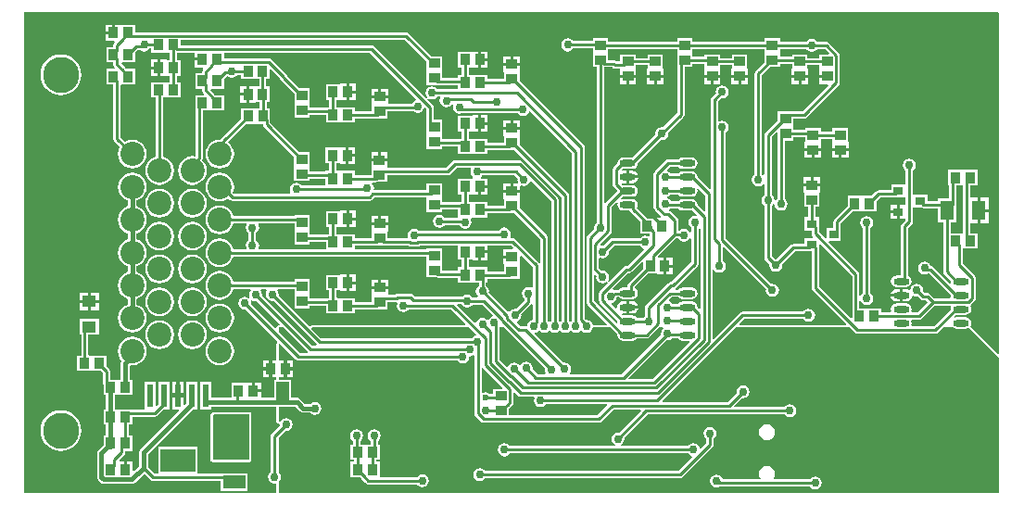
<source format=gbl>
G04*
G04 #@! TF.GenerationSoftware,Altium Limited,Altium Designer,19.0.10 (269)*
G04*
G04 Layer_Physical_Order=2*
G04 Layer_Color=16711680*
%FSLAX25Y25*%
%MOIN*%
G70*
G01*
G75*
%ADD15C,0.01000*%
%ADD18R,0.03937X0.03543*%
%ADD20O,0.05709X0.02362*%
%ADD21R,0.03543X0.03937*%
%ADD22R,0.03543X0.03150*%
%ADD24R,0.05118X0.04331*%
%ADD26R,0.08071X0.04528*%
%ADD27R,0.04528X0.08071*%
%ADD30R,0.02362X0.08268*%
%ADD31R,0.12598X0.08268*%
%ADD56C,0.03000*%
%ADD57C,0.02165*%
%ADD58C,0.02362*%
%ADD61C,0.12992*%
%ADD62C,0.08661*%
%ADD63R,0.05118X0.07087*%
%ADD64C,0.01500*%
G36*
X382492Y159535D02*
X382492D01*
Y159363D01*
X382492D01*
Y158117D01*
X386798D01*
Y158772D01*
X392335D01*
Y157526D01*
X396640D01*
Y158772D01*
X399888D01*
X400080Y159234D01*
X398533Y160781D01*
X395778D01*
X395555Y160448D01*
X394795Y159940D01*
X393897Y159761D01*
X393000Y159940D01*
X392239Y160448D01*
X392017Y160781D01*
X382492D01*
Y159535D01*
D02*
G37*
G36*
X350996D02*
X350996D01*
Y159363D01*
X350996D01*
Y158117D01*
X355302D01*
Y158772D01*
X360839D01*
Y157526D01*
X365144D01*
Y158772D01*
X370681D01*
Y153657D01*
X370881D01*
Y151386D01*
X364944D01*
Y153657D01*
X365144D01*
Y154875D01*
X360839D01*
Y153657D01*
X361039D01*
Y151386D01*
X358070D01*
X355102D01*
Y153657D01*
X355302D01*
Y155466D01*
X350996D01*
Y154220D01*
X348085D01*
Y137129D01*
X347984Y136622D01*
X347697Y136192D01*
X342212Y130707D01*
X342290Y130315D01*
X342112Y129418D01*
X341604Y128657D01*
X340843Y128148D01*
X339945Y127970D01*
X339553Y128048D01*
X331327Y119822D01*
X331350Y119705D01*
X331196Y118932D01*
X330759Y118276D01*
X330103Y117839D01*
X329330Y117685D01*
X325984D01*
X325863Y117709D01*
X325495Y117341D01*
X325741Y116880D01*
X325984Y116929D01*
X327157D01*
Y114705D01*
Y112481D01*
X325984D01*
X325741Y112529D01*
X325495Y112068D01*
X325863Y111700D01*
X325984Y111725D01*
X329330D01*
X330103Y111571D01*
X330759Y111133D01*
X331196Y110478D01*
X331350Y109705D01*
X331196Y108932D01*
X330759Y108276D01*
X330103Y107839D01*
X329330Y107685D01*
X325984D01*
X325863Y107709D01*
X325240Y107087D01*
X325486Y106626D01*
X325984Y106725D01*
X329330D01*
X330103Y106571D01*
X330759Y106133D01*
X331196Y105478D01*
X331350Y104705D01*
X331196Y103932D01*
X331005Y103645D01*
X334846Y99804D01*
X337189D01*
Y100004D01*
X339522D01*
X339639Y100180D01*
X339715Y100504D01*
X337404Y102814D01*
X337117Y103244D01*
X337016Y103752D01*
Y115727D01*
X337117Y116234D01*
X337404Y116664D01*
X341382Y120642D01*
X341812Y120929D01*
X342319Y121030D01*
X345943D01*
X346012Y121133D01*
X346668Y121571D01*
X347441Y121725D01*
X350787D01*
X351560Y121571D01*
X352215Y121133D01*
X352653Y120478D01*
X352807Y119705D01*
X352653Y118932D01*
X352215Y118276D01*
X351560Y117839D01*
X350787Y117685D01*
X347441D01*
X346668Y117839D01*
X346012Y118276D01*
X345943Y118379D01*
X342868D01*
X341733Y117244D01*
X341878Y116765D01*
X342039Y116734D01*
X342799Y116225D01*
X342976Y115961D01*
X345898D01*
X346012Y116133D01*
X346668Y116571D01*
X347441Y116725D01*
X350787D01*
X351560Y116571D01*
X352215Y116133D01*
X352653Y115478D01*
X352807Y114705D01*
X352783Y114583D01*
X357125Y110241D01*
X357587Y110433D01*
Y142476D01*
X357688Y142983D01*
X357975Y143413D01*
X359445Y144883D01*
X359367Y145276D01*
X359546Y146173D01*
X360054Y146934D01*
X360815Y147442D01*
X361712Y147621D01*
X362610Y147442D01*
X363370Y146934D01*
X363879Y146173D01*
X364057Y145276D01*
X363879Y144378D01*
X363370Y143617D01*
X362610Y143109D01*
X361712Y142930D01*
X361320Y143009D01*
X360238Y141927D01*
Y134890D01*
X360679Y134654D01*
X360815Y134745D01*
X361712Y134924D01*
X362610Y134745D01*
X363370Y134237D01*
X363879Y133476D01*
X364057Y132579D01*
X363879Y131681D01*
X363370Y130921D01*
X363038Y130698D01*
Y92577D01*
X379331Y76283D01*
X379724Y76361D01*
X380621Y76182D01*
X381382Y75674D01*
X381891Y74913D01*
X382069Y74016D01*
X381891Y73118D01*
X381382Y72357D01*
X380621Y71849D01*
X379724Y71671D01*
X378826Y71849D01*
X378066Y72357D01*
X377557Y73118D01*
X377379Y74016D01*
X377457Y74408D01*
X362382Y89483D01*
X361920Y89292D01*
Y84558D01*
X362253Y84335D01*
X362761Y83575D01*
X362940Y82677D01*
X362761Y81780D01*
X362253Y81019D01*
X361492Y80511D01*
X360595Y80332D01*
X359697Y80511D01*
X358937Y81019D01*
X358694Y81383D01*
X358193Y81231D01*
Y56643D01*
X358656Y56452D01*
X368102Y65898D01*
X368532Y66185D01*
X369039Y66286D01*
X390836D01*
X391058Y66619D01*
X391819Y67127D01*
X392716Y67306D01*
X393614Y67127D01*
X394374Y66619D01*
X394883Y65858D01*
X395061Y64961D01*
X394883Y64063D01*
X394374Y63302D01*
X393614Y62794D01*
X392716Y62616D01*
X391819Y62794D01*
X391058Y63302D01*
X390836Y63635D01*
X369588D01*
X367790Y61838D01*
X367982Y61376D01*
X406076D01*
X406268Y61838D01*
X394232Y73874D01*
X393944Y74304D01*
X393843Y74811D01*
Y87980D01*
X392951D01*
X392822Y87954D01*
X387837D01*
X383172Y83289D01*
X383250Y82896D01*
X383072Y81999D01*
X382563Y81238D01*
X381803Y80730D01*
X380905Y80551D01*
X380008Y80730D01*
X379247Y81238D01*
X378738Y81999D01*
X378560Y82896D01*
X378638Y83289D01*
X377212Y84715D01*
X376925Y85145D01*
X376824Y85652D01*
Y104419D01*
X376491Y104641D01*
X375983Y105402D01*
X375804Y106299D01*
X375983Y107197D01*
X376491Y107957D01*
X376824Y108180D01*
Y111886D01*
X376731Y111915D01*
X376324Y112005D01*
X375597Y111520D01*
X374699Y111341D01*
X373802Y111520D01*
X373041Y112028D01*
X372533Y112789D01*
X372354Y113686D01*
X372533Y114583D01*
X373041Y115344D01*
X373374Y115567D01*
Y151964D01*
X373475Y152471D01*
X373762Y152901D01*
X376956Y156094D01*
Y159363D01*
X376955D01*
Y159535D01*
X376956D01*
Y160781D01*
X350996D01*
Y159535D01*
D02*
G37*
G36*
X320681Y159535D02*
X320682D01*
Y159363D01*
X320681D01*
Y156845D01*
X322636D01*
X323144Y156744D01*
X323573Y156457D01*
X323777Y156254D01*
X324987D01*
Y158772D01*
X330524D01*
Y157526D01*
X334829D01*
Y158772D01*
X340367D01*
Y153657D01*
X340566D01*
Y151386D01*
X334630D01*
Y153657D01*
X334829D01*
Y154875D01*
X330524D01*
Y153657D01*
X330724D01*
Y151386D01*
X327755D01*
X324787D01*
Y153603D01*
X323228D01*
X322721Y153703D01*
X322291Y153991D01*
X322087Y154194D01*
X319238D01*
Y105467D01*
X319738Y105315D01*
X319776Y105371D01*
X323988Y109583D01*
X323964Y109705D01*
X323988Y109826D01*
X322566Y111249D01*
X322278Y111679D01*
X322177Y112186D01*
X322177Y112186D01*
Y117224D01*
X322177Y117224D01*
X322278Y117731D01*
X322566Y118161D01*
X323988Y119583D01*
X323964Y119705D01*
X324118Y120478D01*
X324555Y121133D01*
X325211Y121571D01*
X325984Y121725D01*
X329330D01*
X329456Y121700D01*
X337678Y129922D01*
X337600Y130315D01*
X337779Y131212D01*
X338287Y131973D01*
X339048Y132482D01*
X339945Y132660D01*
X340338Y132582D01*
X345434Y137678D01*
Y155520D01*
X345459Y155648D01*
Y159363D01*
X345459D01*
Y159535D01*
X345459D01*
Y160781D01*
X320681D01*
Y159535D01*
D02*
G37*
G36*
X382492Y154220D02*
X378830D01*
X376025Y151415D01*
Y115721D01*
X376324Y115495D01*
X376824Y115679D01*
Y129693D01*
X376925Y130200D01*
X377212Y130630D01*
X381004Y134422D01*
X381206Y134557D01*
X381680Y135031D01*
Y138300D01*
X385592D01*
X385720Y138326D01*
X390553D01*
X399880Y147652D01*
X399688Y148114D01*
X396441D01*
Y150386D01*
X399409D01*
Y151386D01*
X396441D01*
Y153657D01*
X396640D01*
Y154875D01*
X392335D01*
Y153657D01*
X392535D01*
Y151386D01*
X389566D01*
X386598D01*
Y153657D01*
X386798D01*
Y155466D01*
X382492D01*
Y154220D01*
D02*
G37*
G36*
X166843Y162062D02*
X235566D01*
X236073Y161961D01*
X236503Y161673D01*
X255166Y143010D01*
X255554Y143329D01*
X255117Y143984D01*
X254938Y144882D01*
X255117Y145779D01*
X255625Y146540D01*
X256386Y147048D01*
X257283Y147227D01*
X258180Y147048D01*
X258941Y146540D01*
X259134Y146251D01*
X266621D01*
Y147698D01*
X259342D01*
X259214Y147724D01*
X255302D01*
Y152539D01*
X255302Y152867D01*
X255302Y153367D01*
Y156307D01*
X247462Y164148D01*
X166843D01*
Y162062D01*
D02*
G37*
G36*
X258941Y143224D02*
X258180Y142715D01*
X257283Y142537D01*
X256386Y142715D01*
X255730Y143153D01*
X255412Y142765D01*
X257539Y140637D01*
X257826Y140207D01*
X257927Y139700D01*
Y135249D01*
X260839D01*
Y130434D01*
X260839Y130105D01*
X260839Y129605D01*
Y128286D01*
X266621D01*
Y128457D01*
X267867D01*
Y131188D01*
X266621D01*
Y136725D01*
X271736D01*
Y136925D01*
X274007D01*
Y133957D01*
Y130988D01*
X271736D01*
Y131188D01*
X270518D01*
Y128811D01*
X270871Y128457D01*
X271764Y128457D01*
X272264Y128457D01*
X277079D01*
Y127022D01*
X283255D01*
Y129512D01*
X283055D01*
Y131783D01*
X286023D01*
X288992D01*
Y129512D01*
X288792D01*
Y126271D01*
X306183Y108880D01*
X306471Y108450D01*
X306572Y107942D01*
Y62904D01*
X306823Y62736D01*
X307146Y62688D01*
X307469Y62736D01*
X307720Y62904D01*
Y123301D01*
X292637Y138385D01*
X292159Y138240D01*
X292127Y138079D01*
X291618Y137318D01*
X290858Y136810D01*
X289960Y136631D01*
X289063Y136810D01*
X288302Y137318D01*
X288109Y137607D01*
X268498D01*
X268143Y137678D01*
X268023Y137597D01*
X267126Y137419D01*
X266228Y137597D01*
X265467Y138106D01*
X264959Y138866D01*
X264780Y139764D01*
X264915Y140440D01*
X264634Y140901D01*
X264556Y140958D01*
X264393Y140966D01*
X264059Y140468D01*
X263299Y139959D01*
X262401Y139781D01*
X261504Y139959D01*
X260743Y140468D01*
X260235Y141229D01*
X260056Y142126D01*
X260235Y143023D01*
X260326Y143159D01*
X260090Y143600D01*
X259193D01*
X258941Y143224D01*
D02*
G37*
G36*
X182591Y157350D02*
X198701D01*
X199208Y157249D01*
X199638Y156962D01*
X204819Y151781D01*
X205106Y151351D01*
X205169Y151036D01*
X209637Y146568D01*
X213299D01*
Y141753D01*
X213299Y141424D01*
X213299Y140924D01*
Y139605D01*
X219081D01*
Y139776D01*
X220328D01*
Y142507D01*
X219081D01*
Y148044D01*
X224196D01*
Y148244D01*
X226468D01*
Y145276D01*
Y142307D01*
X224196D01*
Y142507D01*
X222979D01*
Y140130D01*
X223332Y139776D01*
X224225Y139776D01*
X224725Y139776D01*
X229540D01*
Y138341D01*
X235715D01*
Y140831D01*
X235515D01*
Y143102D01*
X238484D01*
X241452D01*
Y140884D01*
X249984D01*
X250018Y141055D01*
X250526Y141816D01*
X251287Y142324D01*
X251448Y142356D01*
X251593Y142834D01*
X235017Y159411D01*
X182591D01*
Y157350D01*
D02*
G37*
G36*
X198962Y153235D02*
Y149987D01*
X197716D01*
Y147257D01*
X198962D01*
Y141720D01*
X197782D01*
Y139383D01*
X199028D01*
Y135471D01*
X199053Y135343D01*
Y134218D01*
X209539Y123733D01*
X213201D01*
Y118918D01*
X213201Y118590D01*
X213201Y118090D01*
Y116770D01*
X218983D01*
Y116942D01*
X220229D01*
Y119672D01*
X218983D01*
Y125209D01*
X224098D01*
Y125409D01*
X226370D01*
Y122441D01*
Y119472D01*
X224098D01*
Y119672D01*
X222880D01*
Y116942D01*
X224126D01*
Y116942D01*
X224298D01*
Y116942D01*
X229441D01*
Y115507D01*
X235617D01*
Y117996D01*
X235417D01*
Y120268D01*
X238385D01*
X241354D01*
Y118050D01*
X262451D01*
X264674Y120273D01*
X265104Y120560D01*
X265611Y120661D01*
X288758D01*
X289265Y120560D01*
X289695Y120273D01*
X302383Y107584D01*
X302671Y107154D01*
X302771Y106647D01*
Y62904D01*
X303023Y62736D01*
X303346Y62688D01*
X303669Y62736D01*
X303921Y62904D01*
Y107394D01*
X286917Y124397D01*
X284880D01*
X284752Y124371D01*
X277079D01*
Y122921D01*
X272264D01*
X271936Y122921D01*
X271436Y122921D01*
X266621D01*
Y125635D01*
X260839D01*
Y124791D01*
X255302D01*
Y129605D01*
X255302Y129934D01*
X255302Y130434D01*
Y133821D01*
X255276Y133949D01*
Y139151D01*
X254862Y139566D01*
X254383Y139421D01*
X254351Y139260D01*
X253843Y138499D01*
X253082Y137991D01*
X252185Y137812D01*
X251287Y137991D01*
X250924Y138234D01*
X241252D01*
Y135716D01*
X237537D01*
X237409Y135690D01*
X229540D01*
Y134239D01*
X224725D01*
X224396Y134239D01*
X223896Y134239D01*
X219081D01*
Y136954D01*
X213299D01*
Y136109D01*
X207763D01*
Y140924D01*
X207763Y141253D01*
X207763Y141753D01*
Y144693D01*
X202944Y149511D01*
X202657Y149941D01*
X202594Y150256D01*
X199424Y153427D01*
X198962Y153235D01*
D02*
G37*
G36*
X415157Y173980D02*
X110662D01*
Y1020D01*
X201349D01*
Y4203D01*
X200963Y4520D01*
X200590Y4446D01*
X199693Y4625D01*
X198932Y5133D01*
X198424Y5894D01*
X198245Y6791D01*
X198424Y7689D01*
X198932Y8450D01*
X199265Y8672D01*
Y21457D01*
X199365Y21964D01*
X199653Y22394D01*
X202555Y25297D01*
X202477Y25689D01*
X202399Y25805D01*
X202010Y25880D01*
X201934Y25912D01*
X201853Y25928D01*
X201788Y25971D01*
X201715Y26001D01*
X201657Y26059D01*
X201588Y26105D01*
X201545Y26169D01*
X201489Y26224D01*
X201457Y26301D01*
X201411Y26369D01*
X201396Y26446D01*
X201366Y26518D01*
X201365Y26600D01*
X201349Y26681D01*
Y32172D01*
X200479D01*
Y32179D01*
X177926D01*
Y31188D01*
X173963D01*
Y41056D01*
X177926D01*
Y35340D01*
X185125D01*
Y40564D01*
X190240D01*
Y40764D01*
X192511D01*
Y37795D01*
X193011D01*
Y37295D01*
X195783D01*
Y35340D01*
X200479D01*
Y41843D01*
X201349D01*
Y42701D01*
X199962D01*
Y45669D01*
Y48638D01*
X201349D01*
Y54559D01*
X201383Y54729D01*
X201411Y54871D01*
X201588Y55136D01*
X201664Y55614D01*
X201637Y55740D01*
X190353Y67024D01*
X189960Y66946D01*
X189063Y67125D01*
X188302Y67633D01*
X187794Y68394D01*
X187615Y69291D01*
X187794Y70189D01*
X188302Y70950D01*
X189063Y71458D01*
X189960Y71636D01*
X190858Y71458D01*
X191278Y71177D01*
X191530Y71336D01*
X191683Y71508D01*
X191518Y72338D01*
X191696Y73235D01*
X192116Y73864D01*
X191923Y74363D01*
X185906D01*
X185904Y74350D01*
X185387Y73102D01*
X184564Y72030D01*
X183493Y71207D01*
X182244Y70690D01*
X180905Y70514D01*
X179566Y70690D01*
X178318Y71207D01*
X177246Y72030D01*
X176423Y73102D01*
X175906Y74350D01*
X175730Y75689D01*
X175906Y77028D01*
X176423Y78276D01*
X177246Y79348D01*
X178318Y80171D01*
X179566Y80688D01*
X180905Y80864D01*
X182244Y80688D01*
X183493Y80171D01*
X184564Y79348D01*
X185387Y78276D01*
X185904Y77028D01*
X185906Y77014D01*
X207763D01*
Y77965D01*
X213299D01*
Y73150D01*
X213299Y72822D01*
X213299Y72322D01*
Y71003D01*
X219081D01*
Y71174D01*
X220328D01*
Y73905D01*
X219081D01*
Y79442D01*
X224196D01*
Y79642D01*
X226468D01*
Y76673D01*
Y73705D01*
X224196D01*
Y73905D01*
X222979D01*
Y71528D01*
X223332Y71174D01*
X224225Y71174D01*
X224725Y71174D01*
X229540D01*
Y69739D01*
X235715D01*
Y72228D01*
X235515D01*
Y74500D01*
X238484D01*
X241452D01*
Y72282D01*
X244006D01*
X244391Y72539D01*
X244898Y72640D01*
X249486D01*
X249993Y72539D01*
X250423Y72252D01*
X251035Y71640D01*
X268159D01*
X268224Y71737D01*
X268985Y72245D01*
X269882Y72424D01*
X270779Y72245D01*
X271540Y71737D01*
X271762Y71404D01*
X273673D01*
X273825Y71904D01*
X273735Y71964D01*
X273227Y72725D01*
X273048Y73622D01*
X273227Y74519D01*
X273735Y75280D01*
X274068Y75503D01*
Y76661D01*
X271936D01*
Y76661D01*
X271764D01*
Y76661D01*
X266621D01*
Y78505D01*
X259342D01*
X259214Y78531D01*
X255302D01*
Y83674D01*
X255302D01*
Y83846D01*
X255302D01*
Y86032D01*
X185850D01*
X185387Y84913D01*
X184564Y83841D01*
X183493Y83018D01*
X182244Y82501D01*
X180905Y82325D01*
X179566Y82501D01*
X178318Y83018D01*
X177246Y83841D01*
X176423Y84913D01*
X175906Y86161D01*
X175730Y87500D01*
X175906Y88839D01*
X176423Y90087D01*
X177246Y91159D01*
X178318Y91982D01*
X179566Y92499D01*
X180905Y92675D01*
X182244Y92499D01*
X183493Y91982D01*
X184564Y91159D01*
X185387Y90087D01*
X185904Y88839D01*
X185924Y88683D01*
X190405D01*
X190640Y89124D01*
X190550Y89260D01*
X190371Y90158D01*
X190550Y91055D01*
X191058Y91816D01*
X191391Y92038D01*
Y94576D01*
X191058Y94798D01*
X190550Y95559D01*
X190371Y96457D01*
X190550Y97354D01*
X190677Y97545D01*
X190441Y97986D01*
X185906D01*
X185904Y97972D01*
X185387Y96724D01*
X184564Y95652D01*
X183493Y94829D01*
X182244Y94312D01*
X180905Y94136D01*
X179566Y94312D01*
X178318Y94829D01*
X177246Y95652D01*
X176423Y96724D01*
X175906Y97972D01*
X175730Y99311D01*
X175906Y100650D01*
X176423Y101899D01*
X177246Y102970D01*
X178318Y103793D01*
X179566Y104310D01*
X180905Y104486D01*
X182244Y104310D01*
X183493Y103793D01*
X184564Y102970D01*
X185387Y101899D01*
X185904Y100650D01*
X185906Y100636D01*
X207763D01*
Y100898D01*
X213299D01*
Y95755D01*
X213300D01*
Y95583D01*
X213299D01*
Y93936D01*
X219081D01*
Y94107D01*
X220328D01*
Y96838D01*
X219081D01*
Y102375D01*
X224196D01*
Y102575D01*
X226468D01*
Y99606D01*
Y96638D01*
X224196D01*
Y96838D01*
X222979D01*
Y94107D01*
X224225D01*
Y94107D01*
X224396D01*
Y94107D01*
X229540D01*
Y92672D01*
X235715D01*
Y95161D01*
X235515D01*
Y97433D01*
X238484D01*
X241452D01*
Y95161D01*
X241252D01*
Y92672D01*
X248218D01*
X248567Y93172D01*
X248442Y93799D01*
X248620Y94697D01*
X249129Y95457D01*
X249889Y95966D01*
X250787Y96144D01*
X251684Y95966D01*
X252445Y95457D01*
X252536Y95322D01*
X281354D01*
X281708Y95851D01*
X282468Y96359D01*
X283366Y96538D01*
X284263Y96359D01*
X285024Y95851D01*
X285532Y95090D01*
X285711Y94193D01*
X285532Y93296D01*
X285410Y93113D01*
X285646Y92672D01*
X286279D01*
X286786Y92571D01*
X287216Y92284D01*
X295666Y83834D01*
X295820Y83603D01*
X296321Y83754D01*
Y92257D01*
X286917Y101661D01*
X284880D01*
X284752Y101635D01*
X277079D01*
Y100184D01*
X272264D01*
X271936Y100184D01*
X271396Y100184D01*
X271129Y99684D01*
X271371Y99322D01*
X271549Y98425D01*
X271371Y97528D01*
X270862Y96767D01*
X270101Y96258D01*
X269204Y96080D01*
X268307Y96258D01*
X267546Y96767D01*
X267196Y97291D01*
X261780D01*
X261686Y97149D01*
X260925Y96641D01*
X260028Y96463D01*
X259130Y96641D01*
X258369Y97149D01*
X257861Y97910D01*
X257683Y98808D01*
X257861Y99705D01*
X258369Y100466D01*
X259130Y100974D01*
X260028Y101153D01*
X260925Y100974D01*
X261686Y100466D01*
X262036Y99942D01*
X266221D01*
X266621Y100184D01*
Y102899D01*
X260839D01*
Y102054D01*
X255302D01*
X255302Y107198D01*
X254862Y107344D01*
X236603D01*
X235758Y106499D01*
X235328Y106212D01*
X234821Y106111D01*
X185465D01*
X184958Y106212D01*
X184528Y106499D01*
X183998Y107028D01*
X183493Y106640D01*
X182244Y106123D01*
X180905Y105947D01*
X179566Y106123D01*
X178318Y106640D01*
X177246Y107463D01*
X176423Y108535D01*
X175906Y109783D01*
X175730Y111122D01*
X175906Y112461D01*
X176423Y113709D01*
X177246Y114781D01*
X178318Y115604D01*
X179566Y116121D01*
X180905Y116297D01*
X182244Y116121D01*
X183493Y115604D01*
X184564Y114781D01*
X185387Y113709D01*
X185904Y112461D01*
X186080Y111122D01*
X185904Y109783D01*
X185637Y109139D01*
X186014Y108762D01*
X206153D01*
X206388Y109203D01*
X206298Y109339D01*
X206119Y110236D01*
X206298Y111134D01*
X206806Y111894D01*
X207567Y112403D01*
X208464Y112581D01*
X209362Y112403D01*
X210122Y111894D01*
X210213Y111758D01*
X218983D01*
Y114119D01*
X213201D01*
Y113275D01*
X207664D01*
Y118090D01*
X207664Y118418D01*
X207664Y118918D01*
Y121859D01*
X196791Y132732D01*
X196503Y133162D01*
X196402Y133669D01*
Y133846D01*
X194213D01*
X193885Y133846D01*
X193385Y133846D01*
X190444D01*
X184055Y127457D01*
X184088Y126958D01*
X184564Y126592D01*
X185387Y125521D01*
X185904Y124273D01*
X186080Y122933D01*
X185904Y121594D01*
X185387Y120346D01*
X184564Y119274D01*
X183493Y118451D01*
X182244Y117934D01*
X180905Y117758D01*
X179566Y117934D01*
X178318Y118451D01*
X177246Y119274D01*
X176423Y120346D01*
X175906Y121594D01*
X175730Y122933D01*
X175906Y124273D01*
X176423Y125521D01*
X177246Y126592D01*
X178318Y127415D01*
X179566Y127932D01*
X180905Y128108D01*
X181131Y128078D01*
X181146Y128154D01*
X181434Y128584D01*
X188570Y135720D01*
Y139383D01*
X193385D01*
X193713Y139383D01*
X194213Y139383D01*
X195131D01*
Y141720D01*
X193847D01*
Y141520D01*
X191576D01*
Y144488D01*
Y147457D01*
X193847D01*
Y147257D01*
X195065D01*
Y149987D01*
X193819D01*
Y149987D01*
X193647D01*
Y149987D01*
X188504D01*
Y151430D01*
X187116D01*
X186894Y151098D01*
X186133Y150589D01*
X185236Y150411D01*
X184338Y150589D01*
X183652Y151048D01*
X183532D01*
X182591Y150107D01*
Y146444D01*
X177857D01*
X177650Y145944D01*
X178713Y144881D01*
X179000Y144451D01*
X179006Y144423D01*
X179322Y144107D01*
X182591D01*
Y138570D01*
X177776D01*
X177448Y138570D01*
Y138570D01*
X177276D01*
Y138570D01*
X174758D01*
Y121471D01*
X174657Y120964D01*
X174557Y120813D01*
X174722Y120687D01*
X175544Y119615D01*
X176061Y118367D01*
X176237Y117028D01*
X176061Y115688D01*
X175544Y114440D01*
X174722Y113368D01*
X173650Y112546D01*
X172402Y112029D01*
X171063Y111853D01*
X169723Y112029D01*
X168475Y112546D01*
X167403Y113368D01*
X166581Y114440D01*
X166064Y115688D01*
X165888Y117028D01*
X166064Y118367D01*
X166581Y119615D01*
X167403Y120687D01*
X168475Y121509D01*
X169723Y122026D01*
X171063Y122203D01*
X171731Y122115D01*
X172107Y122444D01*
Y140067D01*
X172133Y140195D01*
Y144107D01*
X175085D01*
X175277Y144569D01*
X175039Y144807D01*
X174751Y145237D01*
X174651Y145744D01*
Y146444D01*
X172133D01*
Y151981D01*
X174651D01*
Y152681D01*
X174751Y153188D01*
X175039Y153618D01*
X175076Y153656D01*
X174885Y154118D01*
X171933D01*
Y156587D01*
X174704D01*
Y157587D01*
X171933D01*
Y159411D01*
X165597D01*
Y156705D01*
X166843D01*
Y151169D01*
X165597D01*
Y148831D01*
X166843D01*
Y143295D01*
X162028D01*
X161699Y143295D01*
X161199Y143295D01*
X160577D01*
Y122028D01*
X160591Y122026D01*
X161839Y121509D01*
X162911Y120687D01*
X163733Y119615D01*
X164250Y118367D01*
X164427Y117028D01*
X164250Y115688D01*
X163733Y114440D01*
X162911Y113368D01*
X161839Y112546D01*
X160591Y112029D01*
X159251Y111853D01*
X157912Y112029D01*
X156664Y112546D01*
X155592Y113368D01*
X154770Y114440D01*
X154253Y115688D01*
X154077Y117028D01*
X154253Y118367D01*
X154770Y119615D01*
X155592Y120687D01*
X156664Y121509D01*
X157912Y122026D01*
X157926Y122028D01*
Y143295D01*
X156385D01*
Y148831D01*
X161199D01*
X161528Y148831D01*
X162028Y148831D01*
X162946D01*
Y151169D01*
X161728D01*
Y150969D01*
X159456D01*
Y153937D01*
Y156905D01*
X161728D01*
Y156705D01*
X162946D01*
Y159436D01*
X161700D01*
Y159436D01*
X161528D01*
Y159436D01*
X156385D01*
Y160879D01*
X155620D01*
X155398Y160547D01*
X154637Y160038D01*
X153740Y159860D01*
X152842Y160038D01*
X152156Y160497D01*
X151544D01*
X150603Y159555D01*
Y155893D01*
X145869D01*
X145662Y155393D01*
X146725Y154330D01*
X147012Y153900D01*
X147018Y153872D01*
X147334Y153556D01*
X150603D01*
Y148019D01*
X145459D01*
X145313Y147579D01*
Y128903D01*
X146810Y127406D01*
X146821Y127415D01*
X148070Y127932D01*
X149409Y128108D01*
X150748Y127932D01*
X151997Y127415D01*
X153068Y126592D01*
X153891Y125521D01*
X154408Y124273D01*
X154584Y122933D01*
X154408Y121594D01*
X153891Y120346D01*
X153068Y119274D01*
X151997Y118451D01*
X150748Y117934D01*
X149409Y117758D01*
X148070Y117934D01*
X146821Y118451D01*
X145750Y119274D01*
X144927Y120346D01*
X144410Y121594D01*
X144234Y122933D01*
X144410Y124273D01*
X144927Y125521D01*
X144936Y125532D01*
X143051Y127417D01*
X142763Y127847D01*
X142662Y128354D01*
Y148019D01*
X140145D01*
Y153556D01*
X143097D01*
X143288Y154018D01*
X143051Y154256D01*
X142763Y154686D01*
X142662Y155193D01*
Y155893D01*
X140145D01*
Y161430D01*
X142662D01*
Y162130D01*
X142763Y162637D01*
X143051Y163067D01*
X143088Y163105D01*
X142897Y163567D01*
X139945D01*
Y166035D01*
X142716D01*
Y166535D01*
X143216D01*
Y169504D01*
X145488D01*
Y169304D01*
X150603D01*
Y166799D01*
X248011D01*
X248518Y166698D01*
X248948Y166411D01*
X257176Y158182D01*
X260839D01*
Y153367D01*
X260839Y153039D01*
X260839Y152539D01*
Y150349D01*
X266621D01*
Y151391D01*
X267867D01*
Y154121D01*
X266621D01*
Y159658D01*
X271736D01*
Y159858D01*
X274007D01*
Y156890D01*
Y153921D01*
X271736D01*
Y154121D01*
X270518D01*
Y151391D01*
X271764D01*
Y151391D01*
X271936D01*
Y151391D01*
X277079D01*
Y149955D01*
X283255D01*
Y152445D01*
X283055D01*
Y154717D01*
X286023D01*
X288992D01*
Y152445D01*
X288792D01*
Y149204D01*
X311783Y126213D01*
X312071Y125783D01*
X312172Y125276D01*
Y63815D01*
X312656Y63331D01*
X312846Y63369D01*
X313743Y63190D01*
X314504Y62682D01*
X315013Y61921D01*
X315121Y61376D01*
X319935D01*
X320126Y61838D01*
X313163Y68800D01*
X312876Y69230D01*
X312775Y69737D01*
Y92645D01*
X312876Y93152D01*
X313163Y93582D01*
X315646Y96064D01*
X315568Y96457D01*
X315746Y97354D01*
X316255Y98115D01*
X316587Y98337D01*
Y154220D01*
X315144D01*
Y159363D01*
X315144D01*
Y159535D01*
X315144D01*
Y160879D01*
X307982D01*
X307760Y160547D01*
X306999Y160038D01*
X306102Y159860D01*
X305205Y160038D01*
X304444Y160547D01*
X303935Y161307D01*
X303757Y162205D01*
X303935Y163102D01*
X304444Y163863D01*
X305205Y164371D01*
X306102Y164550D01*
X306999Y164371D01*
X307760Y163863D01*
X307982Y163530D01*
X315144D01*
Y164678D01*
X320681D01*
Y163432D01*
X345459D01*
Y164678D01*
X350996D01*
Y163432D01*
X376956D01*
Y164678D01*
X382492D01*
Y163432D01*
X392017D01*
X392239Y163765D01*
X393000Y164273D01*
X393897Y164451D01*
X394795Y164273D01*
X395555Y163765D01*
X395778Y163432D01*
X399082D01*
X399082Y163432D01*
X399589Y163331D01*
X400019Y163044D01*
X403615Y159448D01*
X403902Y159018D01*
X404003Y158511D01*
Y148576D01*
X403902Y148068D01*
X403615Y147638D01*
X392039Y136063D01*
X391609Y135775D01*
X391102Y135675D01*
X387217D01*
Y133485D01*
X387217Y133157D01*
X387217D01*
Y132985D01*
X387217D01*
Y131739D01*
X391522D01*
Y132395D01*
X397059D01*
Y131148D01*
X401365D01*
Y132395D01*
X406902D01*
Y127279D01*
X407102D01*
Y125008D01*
X401165D01*
Y127279D01*
X401365D01*
Y128497D01*
X397059D01*
Y127279D01*
X397259D01*
Y125008D01*
X394291D01*
X391322D01*
Y127279D01*
X391522D01*
Y129088D01*
X387217D01*
Y127842D01*
X384305D01*
Y106721D01*
X384532Y106570D01*
X385040Y105809D01*
X385219Y104911D01*
X385040Y104014D01*
X384532Y103253D01*
X383771Y102745D01*
X382874Y102566D01*
X381976Y102745D01*
X381215Y103253D01*
X380707Y104014D01*
X380542Y104841D01*
X380327Y104945D01*
X380042Y104991D01*
X379807Y104641D01*
X379475Y104419D01*
Y86201D01*
X380513Y85163D01*
X380905Y85241D01*
X381298Y85163D01*
X386351Y90217D01*
X386781Y90504D01*
X387288Y90605D01*
X391325D01*
Y92729D01*
X394180D01*
X394371Y93191D01*
X394232Y93330D01*
X393944Y93760D01*
X393843Y94268D01*
Y95460D01*
X391325D01*
Y100209D01*
X392572D01*
Y103953D01*
X391129D01*
Y109068D01*
X390929D01*
Y111339D01*
X393897D01*
X396866D01*
Y109068D01*
X396666D01*
Y103953D01*
X395223D01*
Y100209D01*
X396469D01*
Y96888D01*
X396494Y96760D01*
Y94817D01*
X398738Y92573D01*
X399200Y92765D01*
Y96469D01*
X401717D01*
Y98614D01*
X401818Y99121D01*
X402106Y99551D01*
X406778Y104224D01*
Y107887D01*
X411593D01*
X411922Y107887D01*
X412422Y107887D01*
X415362D01*
X416984Y109508D01*
X417414Y109795D01*
X417921Y109896D01*
X422428D01*
Y112021D01*
X427571Y112021D01*
X427611Y112504D01*
Y117017D01*
X427278Y117239D01*
X426770Y118000D01*
X426591Y118898D01*
X426770Y119795D01*
X427278Y120556D01*
X428039Y121064D01*
X428937Y121243D01*
X429834Y121064D01*
X430595Y120556D01*
X431103Y119795D01*
X431282Y118898D01*
X431103Y118000D01*
X430595Y117239D01*
X430262Y117017D01*
Y108764D01*
X430302Y108280D01*
X430762Y108280D01*
X435445D01*
Y106156D01*
X439160D01*
Y107006D01*
X443253D01*
Y111705D01*
X442999D01*
Y117242D01*
X447814D01*
X448142Y117242D01*
X448642Y117242D01*
X453457D01*
Y111705D01*
X450939D01*
Y107206D01*
X453437D01*
Y102662D01*
Y98119D01*
X450939D01*
Y94407D01*
X453457D01*
Y88870D01*
X448314Y88870D01*
X448168Y88431D01*
Y83638D01*
X452631Y79176D01*
X452918Y78746D01*
X453019Y78238D01*
Y71157D01*
X452918Y70650D01*
X452631Y70220D01*
X451177Y68767D01*
X451151Y68749D01*
X451010Y68061D01*
X451078Y67958D01*
X451232Y67185D01*
X451078Y66412D01*
X450640Y65757D01*
X449985Y65319D01*
X449212Y65165D01*
X445866D01*
X445744Y65189D01*
X445122Y64567D01*
X445368Y64106D01*
X445866Y64205D01*
X449212D01*
X449985Y64051D01*
X450640Y63613D01*
X451078Y62958D01*
X451232Y62185D01*
X451078Y61412D01*
X450874Y61106D01*
X450875Y61105D01*
X460920Y51060D01*
X461381Y51252D01*
X461380Y173628D01*
X461026Y173982D01*
X415157Y173980D01*
D02*
G37*
G36*
X275083Y114877D02*
X274801Y114689D01*
X274953Y114189D01*
X277279D01*
Y111721D01*
X274507D01*
Y111221D01*
X274007D01*
Y108252D01*
X271736D01*
Y108452D01*
X270518D01*
Y106075D01*
X270871Y105721D01*
X271764Y105721D01*
X272264Y105721D01*
X277079D01*
Y104286D01*
X283255D01*
Y106776D01*
X283055D01*
Y109047D01*
X286023D01*
X288992D01*
Y106776D01*
X288792D01*
Y103535D01*
X298583Y93744D01*
X298871Y93313D01*
X298972Y92806D01*
Y62904D01*
X299223Y62736D01*
X299546Y62688D01*
X299869Y62736D01*
X300120Y62904D01*
Y106098D01*
X293031Y113188D01*
X292552Y113043D01*
X292520Y112882D01*
X292012Y112121D01*
X291251Y111613D01*
X290354Y111434D01*
X289492Y111606D01*
X289380Y111601D01*
X288992Y111393D01*
Y110047D01*
X286523D01*
Y112319D01*
X288033D01*
X288269Y112760D01*
X288187Y112882D01*
X288009Y113779D01*
X288087Y114172D01*
X287049Y115210D01*
X275305D01*
X275083Y114877D01*
D02*
G37*
G36*
X263938Y115787D02*
X263508Y115500D01*
X263000Y115399D01*
X241154D01*
Y112881D01*
X237242D01*
X237114Y112856D01*
X235764D01*
X235612Y112356D01*
X235713Y112288D01*
X236221Y111527D01*
X236400Y110630D01*
X236350Y110381D01*
X236667Y109995D01*
X255302D01*
Y112513D01*
X260839D01*
Y107698D01*
X260839Y107369D01*
X260839Y106869D01*
Y105550D01*
X266621D01*
Y105721D01*
X267867D01*
Y108452D01*
X266621D01*
Y113989D01*
X271736D01*
Y114189D01*
X271897D01*
X272048Y114689D01*
X271766Y114877D01*
X271258Y115638D01*
X271080Y116535D01*
X271258Y117433D01*
X271349Y117569D01*
X271113Y118010D01*
X266160D01*
X263938Y115787D01*
D02*
G37*
G36*
X379475Y129144D02*
Y108180D01*
X379807Y107957D01*
X380316Y107197D01*
X380480Y106369D01*
X380696Y106266D01*
X380981Y106219D01*
X381215Y106570D01*
X381654Y106863D01*
Y129142D01*
X381680Y129270D01*
Y130696D01*
X381218Y130887D01*
X379475Y129144D01*
D02*
G37*
G36*
X352708Y110202D02*
X352807Y109705D01*
X352653Y108932D01*
X352215Y108276D01*
X351560Y107839D01*
X350787Y107685D01*
X347441D01*
X346668Y107839D01*
X346012Y108276D01*
X345898Y108448D01*
X342976D01*
X342799Y108184D01*
X342039Y107676D01*
X341817Y107632D01*
Y107122D01*
X342039Y107078D01*
X342799Y106570D01*
X343091Y106133D01*
X346013D01*
X346668Y106571D01*
X347441Y106725D01*
X350787D01*
X351560Y106571D01*
X352215Y106133D01*
X352653Y105478D01*
X352807Y104705D01*
X352783Y104583D01*
X355081Y102286D01*
X355543Y102477D01*
Y108075D01*
X353169Y110449D01*
X352708Y110202D01*
D02*
G37*
G36*
X342799Y103253D02*
X342573Y103102D01*
X342603Y102774D01*
X342658Y102558D01*
X343052Y102295D01*
X345445Y99901D01*
X345733Y99471D01*
X345834Y98964D01*
Y95686D01*
X345848Y95672D01*
X346334Y95464D01*
X346937Y95867D01*
X347834Y96046D01*
X348732Y95867D01*
X349492Y95359D01*
X349975Y94636D01*
X350011Y94632D01*
X350475Y94942D01*
Y96545D01*
X350143Y96767D01*
X349634Y97528D01*
X349456Y98425D01*
X349634Y99323D01*
X350143Y100083D01*
X350903Y100592D01*
X351801Y100770D01*
X352224Y100686D01*
X352470Y101147D01*
X350908Y102709D01*
X350787Y102685D01*
X347441D01*
X346668Y102839D01*
X346012Y103276D01*
X345874Y103483D01*
X342953D01*
X342799Y103253D01*
D02*
G37*
G36*
X445904Y104721D02*
X445878Y104593D01*
Y98319D01*
X443824D01*
Y94407D01*
X448142Y94407D01*
X448288Y94847D01*
Y111266D01*
X448142Y111705D01*
X447788Y111705D01*
X445904D01*
Y104721D01*
D02*
G37*
G36*
X194755Y97545D02*
X194883Y97354D01*
X195061Y96457D01*
X194883Y95559D01*
X194374Y94798D01*
X194042Y94576D01*
Y92038D01*
X194374Y91816D01*
X194883Y91055D01*
X195061Y90158D01*
X194883Y89260D01*
X194792Y89124D01*
X195027Y88683D01*
X219081D01*
Y91285D01*
X213299D01*
Y90440D01*
X207763D01*
Y95583D01*
X207763D01*
Y95755D01*
X207763D01*
Y97986D01*
X194991D01*
X194755Y97545D01*
D02*
G37*
G36*
X322038Y103885D02*
Y95297D01*
X321937Y94790D01*
X321650Y94360D01*
X317752Y90461D01*
X317998Y90000D01*
X318701Y90140D01*
X319093Y90062D01*
X321307Y92276D01*
X321737Y92563D01*
X322244Y92664D01*
X332174D01*
X332397Y92997D01*
X333157Y93505D01*
X334055Y93684D01*
X334952Y93505D01*
X335088Y93414D01*
X335529Y93650D01*
Y94267D01*
X332074D01*
Y98827D01*
X328654Y102247D01*
X328366Y102677D01*
X328365Y102685D01*
X325984D01*
X325211Y102839D01*
X324555Y103276D01*
X324118Y103932D01*
X323964Y104705D01*
X324063Y105202D01*
X323602Y105448D01*
X322038Y103885D01*
D02*
G37*
G36*
X237212Y90021D02*
X229540D01*
Y88683D01*
X255302D01*
Y88989D01*
X260839D01*
Y83846D01*
X260839D01*
Y83674D01*
X260839D01*
Y81156D01*
X266621D01*
Y82198D01*
X267867D01*
Y84928D01*
X266621D01*
Y90021D01*
X252823D01*
X252454Y89775D01*
X251947Y89674D01*
X249627D01*
X249120Y89775D01*
X248751Y90021D01*
X239756D01*
X239627Y90047D01*
X237340D01*
X237212Y90021D01*
D02*
G37*
G36*
X277279Y88197D02*
X274507D01*
Y87697D01*
X274007D01*
Y84728D01*
X271736D01*
Y84928D01*
X270518D01*
Y82198D01*
X271764D01*
Y82198D01*
X271936D01*
Y82198D01*
X277079D01*
Y80762D01*
X283255D01*
Y83252D01*
X283055D01*
Y85524D01*
X286023D01*
Y86524D01*
X283055D01*
Y88795D01*
X286302D01*
X286494Y89257D01*
X285730Y90021D01*
X277279D01*
Y88197D01*
D02*
G37*
G36*
X320968Y88188D02*
X321046Y87795D01*
X320867Y86898D01*
X320359Y86137D01*
X319598Y85628D01*
X318701Y85450D01*
X317803Y85628D01*
X317667Y85720D01*
X317226Y85484D01*
Y82089D01*
X318308Y81007D01*
X318700Y81085D01*
X319598Y80907D01*
X320359Y80398D01*
X320867Y79638D01*
X321045Y78740D01*
X320867Y77843D01*
X320432Y77192D01*
X320820Y76873D01*
X326381Y82433D01*
X326811Y82721D01*
X327318Y82822D01*
X327623D01*
X333463Y88662D01*
X333318Y89140D01*
X333157Y89172D01*
X332397Y89680D01*
X332174Y90013D01*
X322793D01*
X320968Y88188D01*
D02*
G37*
G36*
X315426Y79487D02*
Y70286D01*
X323602Y62111D01*
X324063Y62357D01*
X323964Y62854D01*
X323988Y62976D01*
X317698Y69266D01*
X317410Y69696D01*
X317310Y70203D01*
Y72813D01*
X317410Y73321D01*
X317698Y73751D01*
X320567Y76620D01*
X320249Y77008D01*
X319598Y76574D01*
X318700Y76395D01*
X317803Y76574D01*
X317042Y77082D01*
X316534Y77843D01*
X316355Y78740D01*
X316433Y79133D01*
X315888Y79678D01*
X315426Y79487D01*
D02*
G37*
G36*
X423925Y107245D02*
X418470D01*
X417237Y106012D01*
Y102350D01*
X412422D01*
X412093Y102350D01*
X411593Y102350D01*
X408653D01*
X404368Y98065D01*
Y95169D01*
X404343Y95041D01*
Y91720D01*
X400245D01*
X400053Y91258D01*
X410657Y80654D01*
X410945Y80224D01*
X411045Y79716D01*
Y72039D01*
X411073Y72028D01*
X411545Y71956D01*
X411991Y72623D01*
X412324Y72845D01*
Y96379D01*
X411991Y96602D01*
X411482Y97363D01*
X411304Y98260D01*
X411482Y99157D01*
X411991Y99918D01*
X412752Y100426D01*
X413649Y100605D01*
X414546Y100426D01*
X415307Y99918D01*
X415816Y99157D01*
X415994Y98260D01*
X415816Y97363D01*
X415307Y96602D01*
X414974Y96379D01*
Y72845D01*
X415307Y72623D01*
X415816Y71862D01*
X415994Y70965D01*
X415816Y70067D01*
X415307Y69306D01*
X414546Y68798D01*
X413649Y68620D01*
X412752Y68798D01*
X411991Y69306D01*
X411545Y69973D01*
X411073Y69901D01*
X411045Y69890D01*
Y67335D01*
X413563D01*
Y67335D01*
X413735D01*
Y67335D01*
X418878D01*
Y66029D01*
X422243D01*
X422519Y66529D01*
X422389Y67185D01*
X422543Y67958D01*
X422981Y68613D01*
X423636Y69051D01*
X424409Y69205D01*
X427755D01*
X428528Y69051D01*
X429184Y68613D01*
X429622Y67958D01*
X429775Y67185D01*
X429645Y66529D01*
X429921Y66029D01*
X431869D01*
X435544Y69704D01*
X434905Y70343D01*
X434040D01*
X433532Y70444D01*
X433103Y70731D01*
X432085Y71749D01*
X431693Y71671D01*
X430795Y71849D01*
X430466Y72069D01*
X429910Y71839D01*
X429810Y71334D01*
X429328Y70613D01*
X428607Y70130D01*
X427755Y69961D01*
X426582D01*
Y72185D01*
Y74409D01*
X427755D01*
X428607Y74240D01*
X428866Y74066D01*
X429405Y74307D01*
X429526Y74913D01*
X430034Y75674D01*
X430795Y76182D01*
X431693Y76361D01*
X432590Y76182D01*
X433351Y75674D01*
X433859Y74913D01*
X434037Y74016D01*
X433959Y73623D01*
X434589Y72994D01*
X435454D01*
X435961Y72893D01*
X436391Y72606D01*
X437967Y71029D01*
X443700D01*
X443976Y71529D01*
X443846Y72185D01*
X443870Y72306D01*
X436010Y80167D01*
X435346Y79723D01*
X434448Y79545D01*
X433551Y79723D01*
X432790Y80232D01*
X432282Y80992D01*
X432103Y81890D01*
X432282Y82787D01*
X432790Y83548D01*
X433551Y84056D01*
X434448Y84235D01*
X435346Y84056D01*
X436107Y83548D01*
X436591Y82823D01*
X437051Y82732D01*
X437481Y82444D01*
X443484Y76441D01*
X443945Y76688D01*
X443846Y77185D01*
X443870Y77306D01*
X441562Y79615D01*
X441274Y80045D01*
X441173Y80552D01*
Y98319D01*
X439160D01*
Y103505D01*
X433948D01*
X433820Y103531D01*
X430302Y103531D01*
X430262Y103047D01*
Y98546D01*
X430161Y98038D01*
X429874Y97608D01*
X428581Y96315D01*
Y79016D01*
X429184Y78613D01*
X429622Y77958D01*
X429775Y77185D01*
X429622Y76412D01*
X429184Y75757D01*
X428528Y75319D01*
X427755Y75165D01*
X424409D01*
X423636Y75319D01*
X422981Y75757D01*
X422543Y76412D01*
X422389Y77185D01*
X422543Y77958D01*
X422981Y78613D01*
X423636Y79051D01*
X424409Y79205D01*
X425930D01*
Y96864D01*
X426031Y97372D01*
X426318Y97802D01*
X427607Y99091D01*
X427601Y99591D01*
X425499D01*
Y102165D01*
Y104740D01*
X427611D01*
Y106787D01*
X427571Y107271D01*
X427111Y107271D01*
X424053D01*
X423925Y107245D01*
D02*
G37*
G36*
X353126Y96119D02*
Y83494D01*
X353025Y82986D01*
X352738Y82556D01*
X344861Y74680D01*
X344878Y74524D01*
X345031Y74180D01*
X345943D01*
X346012Y74283D01*
X346668Y74721D01*
X347441Y74874D01*
X350787D01*
X351560Y74721D01*
X352215Y74283D01*
X352653Y73627D01*
X352807Y72854D01*
X352653Y72081D01*
X352215Y71426D01*
X351560Y70988D01*
X350787Y70834D01*
X347441D01*
X346668Y70988D01*
X346012Y71426D01*
X345943Y71529D01*
X343518D01*
X342520Y70531D01*
X342666Y70053D01*
X342826Y70021D01*
X343587Y69512D01*
X343809Y69180D01*
X345943D01*
X346012Y69283D01*
X346668Y69721D01*
X347441Y69874D01*
X350787D01*
X351560Y69721D01*
X352215Y69283D01*
X352653Y68627D01*
X352807Y67854D01*
X352783Y67733D01*
X353281Y67235D01*
X353743Y67427D01*
Y95907D01*
X353243Y96189D01*
X353126Y96119D01*
D02*
G37*
G36*
X329109Y80559D02*
X328679Y80272D01*
X328172Y80171D01*
X327867D01*
X322374Y74678D01*
X322504Y74101D01*
X322633Y74054D01*
X322670Y74079D01*
X323177Y74180D01*
X324487D01*
X324555Y74283D01*
X325211Y74721D01*
X325984Y74874D01*
X327505D01*
Y75583D01*
X327606Y76090D01*
X327893Y76520D01*
X333156Y81783D01*
Y83953D01*
X332694Y84144D01*
X329109Y80559D01*
D02*
G37*
G36*
X195609Y73864D02*
X196029Y73235D01*
X196208Y72338D01*
X196130Y71945D01*
X213949Y54125D01*
X215554D01*
X215680Y54326D01*
X215744Y54625D01*
X200195Y70174D01*
X199803Y70096D01*
X198905Y70274D01*
X198144Y70783D01*
X197636Y71544D01*
X197458Y72441D01*
X197636Y73338D01*
X197987Y73864D01*
X197720Y74363D01*
X195802D01*
X195609Y73864D01*
D02*
G37*
G36*
X192293Y70293D02*
X192140Y70121D01*
X192305Y69291D01*
X192227Y68899D01*
X200887Y60239D01*
X201349Y60430D01*
Y60560D01*
X201411Y60872D01*
X201588Y61137D01*
X201853Y61313D01*
X202165Y61376D01*
X202297D01*
X202488Y61838D01*
X194255Y70071D01*
X193863Y69993D01*
X192965Y70171D01*
X192545Y70452D01*
X192293Y70293D01*
D02*
G37*
G36*
X266362Y68527D02*
X272678Y62211D01*
X273157Y62356D01*
X273227Y62708D01*
X273735Y63469D01*
X274496Y63978D01*
X275393Y64156D01*
X276291Y63978D01*
X277051Y63469D01*
X277135Y63344D01*
X277728Y63357D01*
X278066Y63863D01*
X278827Y64371D01*
X278988Y64403D01*
X279133Y64882D01*
X275261Y68753D01*
X271762D01*
X271540Y68420D01*
X270779Y67912D01*
X269882Y67734D01*
X268985Y67912D01*
X268224Y68420D01*
X267844Y68989D01*
X266553D01*
X266362Y68527D01*
D02*
G37*
G36*
X201618Y73864D02*
X201969Y73338D01*
X202148Y72441D01*
X202070Y72048D01*
X213030Y61088D01*
X213156Y61060D01*
X213635Y61137D01*
X213899Y61313D01*
X214212Y61376D01*
X269111D01*
X269302Y61838D01*
X264060Y67080D01*
X248927D01*
X248705Y66747D01*
X247944Y66239D01*
X247047Y66061D01*
X246149Y66239D01*
X245389Y66747D01*
X244880Y67508D01*
X244702Y68405D01*
X244857Y69184D01*
X244615Y69531D01*
X244498Y69631D01*
X241252D01*
Y67113D01*
X237340D01*
X237212Y67088D01*
X229540D01*
Y65637D01*
X224725D01*
X224396Y65637D01*
X223896Y65637D01*
X219081D01*
Y68352D01*
X213299D01*
Y67507D01*
X207763D01*
Y72322D01*
X207763Y72650D01*
X207763Y73150D01*
Y74363D01*
X201886D01*
X201618Y73864D01*
D02*
G37*
G36*
X349975Y92765D02*
X349492Y92043D01*
X348732Y91534D01*
X347834Y91356D01*
X346937Y91534D01*
X346176Y92043D01*
X345787Y92624D01*
X345057D01*
X338579Y86146D01*
X338786Y85646D01*
X340543D01*
Y82677D01*
Y79709D01*
X338271D01*
Y79909D01*
X335031D01*
X330258Y75136D01*
X330296Y74592D01*
X330759Y74283D01*
X331196Y73627D01*
X331350Y72854D01*
X331196Y72081D01*
X330759Y71426D01*
X330103Y70988D01*
X329330Y70834D01*
X325984D01*
X325211Y70988D01*
X324555Y71426D01*
X324487Y71529D01*
X323755D01*
X323602Y70756D01*
X323093Y69995D01*
X322333Y69487D01*
X321999Y69421D01*
X321834Y68878D01*
X323347Y67365D01*
X323808Y67611D01*
X323760Y67854D01*
X323929Y68705D01*
X324411Y69427D01*
X325133Y69909D01*
X325984Y70078D01*
X327157D01*
Y67854D01*
Y65631D01*
X325984D01*
X325741Y65679D01*
X325495Y65218D01*
X325863Y64850D01*
X325984Y64874D01*
X329330D01*
X330103Y64720D01*
X330759Y64283D01*
X330913Y64052D01*
X333441D01*
X333578Y64257D01*
X333910Y64479D01*
Y67667D01*
X334011Y68174D01*
X334298Y68604D01*
X342212Y76517D01*
X342642Y76805D01*
X343149Y76906D01*
X343338D01*
X350475Y84043D01*
Y92460D01*
X350011Y92769D01*
X349975Y92765D01*
D02*
G37*
G36*
X288992Y86106D02*
Y83252D01*
X288792D01*
Y78137D01*
X284880D01*
X284752Y78111D01*
X277079D01*
Y76661D01*
X276719D01*
Y75503D01*
X277051Y75280D01*
X277560Y74519D01*
X277738Y73622D01*
X277660Y73230D01*
X284690Y66200D01*
X285188Y66249D01*
X285466Y66666D01*
X286227Y67174D01*
X287124Y67353D01*
X287517Y67275D01*
X290604Y70362D01*
Y70954D01*
X290271Y71176D01*
X289763Y71937D01*
X289584Y72834D01*
X289763Y73732D01*
X290271Y74493D01*
X291032Y75001D01*
X291929Y75180D01*
X292827Y75001D01*
X292963Y74910D01*
X293404Y75146D01*
Y82347D01*
X289454Y86297D01*
X288992Y86106D01*
D02*
G37*
G36*
X396469Y90440D02*
Y89408D01*
X396494Y89280D01*
Y75360D01*
X407958Y63896D01*
X408420Y64088D01*
Y65711D01*
X408394Y65839D01*
Y79167D01*
X396931Y90631D01*
X396469Y90440D01*
D02*
G37*
G36*
X433356Y63767D02*
X432926Y63479D01*
X432418Y63379D01*
X429876D01*
X429637Y62879D01*
X429775Y62185D01*
X429645Y61529D01*
X429921Y61029D01*
X437836D01*
X443870Y67064D01*
X443846Y67185D01*
X443984Y67879D01*
X443745Y68379D01*
X437967D01*
X433356Y63767D01*
D02*
G37*
G36*
X292866Y68875D02*
X289391Y65400D01*
X289470Y65008D01*
X289291Y64110D01*
X288783Y63349D01*
X288022Y62841D01*
X287861Y62809D01*
X287716Y62331D01*
X289076Y60971D01*
X290944D01*
X291017Y60957D01*
X291059Y60963D01*
X291566Y61350D01*
X291679Y61921D01*
X292188Y62682D01*
X292949Y63190D01*
X293404Y63281D01*
Y68779D01*
X292904Y68931D01*
X292866Y68875D01*
D02*
G37*
G36*
X340150Y34198D02*
X340342Y33736D01*
X363554D01*
X366827Y37009D01*
X366749Y37402D01*
X366928Y38299D01*
X367436Y39060D01*
X368197Y39568D01*
X369094Y39747D01*
X369991Y39568D01*
X370752Y39060D01*
X371261Y38299D01*
X371439Y37402D01*
X371261Y36504D01*
X370752Y35743D01*
X369991Y35235D01*
X369094Y35056D01*
X368702Y35135D01*
X365965Y32398D01*
X366156Y31936D01*
X384143D01*
X384365Y32269D01*
X385126Y32777D01*
X386023Y32955D01*
X386921Y32777D01*
X387681Y32269D01*
X388190Y31508D01*
X388368Y30610D01*
X388190Y29713D01*
X387681Y28952D01*
X386921Y28444D01*
X386023Y28265D01*
X385126Y28444D01*
X384365Y28952D01*
X384143Y29285D01*
X334899D01*
X326479Y20865D01*
X326557Y20472D01*
X326379Y19575D01*
X325870Y18814D01*
X325192Y18361D01*
X325228Y17987D01*
X325275Y17861D01*
X349497D01*
X349719Y18194D01*
X350480Y18702D01*
X351378Y18880D01*
X352275Y18702D01*
X353036Y18194D01*
X353544Y17433D01*
X353576Y17272D01*
X354054Y17127D01*
X355958Y19030D01*
Y20580D01*
X355625Y20802D01*
X355117Y21563D01*
X354938Y22461D01*
X355117Y23358D01*
X355625Y24119D01*
X356386Y24627D01*
X357283Y24806D01*
X358180Y24627D01*
X358941Y24119D01*
X359450Y23358D01*
X359628Y22461D01*
X359450Y21563D01*
X358941Y20802D01*
X358609Y20580D01*
Y18481D01*
X358508Y17974D01*
X358220Y17544D01*
X347416Y6740D01*
X346986Y6453D01*
X346479Y6352D01*
X276300D01*
X276077Y6019D01*
X275317Y5511D01*
X274419Y5332D01*
X273522Y5511D01*
X272761Y6019D01*
X272253Y6780D01*
X272074Y7677D01*
X272253Y8575D01*
X272761Y9335D01*
X273522Y9844D01*
X274419Y10022D01*
X275317Y9844D01*
X276077Y9335D01*
X276300Y9003D01*
X345930D01*
X350786Y13859D01*
X350641Y14337D01*
X350480Y14369D01*
X349719Y14877D01*
X349497Y15210D01*
X285238D01*
X285016Y14877D01*
X284255Y14369D01*
X283358Y14190D01*
X282460Y14369D01*
X281700Y14877D01*
X281191Y15638D01*
X281013Y16535D01*
X281191Y17433D01*
X281700Y18194D01*
X282460Y18702D01*
X283358Y18880D01*
X284255Y18702D01*
X285016Y18194D01*
X285238Y17861D01*
X323149D01*
X323196Y17987D01*
X323232Y18361D01*
X322554Y18814D01*
X322046Y19575D01*
X321867Y20472D01*
X322046Y21370D01*
X322554Y22131D01*
X323315Y22639D01*
X324212Y22817D01*
X324605Y22739D01*
X332488Y30623D01*
X332297Y31085D01*
X322658D01*
X318175Y26601D01*
X317744Y26314D01*
X317237Y26213D01*
X275785D01*
X275277Y26314D01*
X274847Y26601D01*
X272837Y28612D01*
X272550Y29042D01*
X272449Y29549D01*
Y41990D01*
X272468Y42087D01*
Y50376D01*
X272027Y50611D01*
X271891Y50520D01*
X271090Y50361D01*
X270827Y50166D01*
X270633Y49904D01*
X270473Y49103D01*
X269965Y48342D01*
X269204Y47833D01*
X268307Y47655D01*
X267409Y47833D01*
X266648Y48342D01*
X266426Y48674D01*
X209251D01*
X208744Y48775D01*
X208314Y49063D01*
X202627Y54750D01*
X202165Y54559D01*
Y48638D01*
X203777D01*
Y45669D01*
X204527D01*
D01*
X203777D01*
Y42701D01*
X202165D01*
Y41843D01*
X206607D01*
Y35303D01*
X208791D01*
X209396Y35182D01*
X209908Y34840D01*
X211672Y33076D01*
X213447D01*
X213499Y33154D01*
X214260Y33663D01*
X215157Y33841D01*
X216054Y33663D01*
X216815Y33154D01*
X217324Y32394D01*
X217502Y31496D01*
X217324Y30599D01*
X216815Y29838D01*
X216054Y29329D01*
X215157Y29151D01*
X214260Y29329D01*
X213499Y29838D01*
X213447Y29916D01*
X211017D01*
X210412Y30036D01*
X209900Y30379D01*
X208136Y32142D01*
X203580D01*
X203428Y32172D01*
X202165D01*
Y26681D01*
X202656Y26586D01*
X203164Y27347D01*
X203925Y27856D01*
X204822Y28034D01*
X205720Y27856D01*
X206481Y27347D01*
X206989Y26586D01*
X207167Y25689D01*
X206989Y24792D01*
X206481Y24031D01*
X205720Y23522D01*
X204822Y23344D01*
X204430Y23422D01*
X202165Y21157D01*
Y8505D01*
X202248Y8450D01*
X202757Y7689D01*
X202935Y6791D01*
X202757Y5894D01*
X202248Y5133D01*
X202165Y5077D01*
Y1020D01*
X461380D01*
X461382Y47243D01*
X461381Y49445D01*
X450298Y60528D01*
X449985Y60319D01*
X449212Y60165D01*
X445866D01*
X445093Y60319D01*
X444732Y60560D01*
X441115D01*
X439322Y58767D01*
X438892Y58479D01*
X438385Y58378D01*
X410276D01*
X409769Y58479D01*
X409339Y58767D01*
X407545Y60560D01*
X366513D01*
X340150Y34198D01*
D02*
G37*
G36*
X214020Y60098D02*
X217306Y56813D01*
X271876D01*
X272022Y57032D01*
X272783Y57541D01*
X272944Y57573D01*
X273089Y58051D01*
X270580Y60560D01*
X214212D01*
X214020Y60098D01*
D02*
G37*
G36*
X315013Y60126D02*
X314504Y59365D01*
X313743Y58857D01*
X312846Y58679D01*
X311949Y58857D01*
X311188Y59365D01*
X310704D01*
X309943Y58857D01*
X309046Y58679D01*
X308149Y58857D01*
X307388Y59365D01*
X306904D01*
X306143Y58857D01*
X305246Y58679D01*
X304349Y58857D01*
X303588Y59365D01*
X303104D01*
X302343Y58857D01*
X301446Y58679D01*
X300549Y58857D01*
X299788Y59365D01*
X299304D01*
X298543Y58857D01*
X297646Y58679D01*
X296749Y58857D01*
X295988Y59365D01*
X295504D01*
X294743Y58857D01*
X294386Y58786D01*
X294221Y58243D01*
X304528Y47936D01*
X304921Y48014D01*
X305818Y47836D01*
X306579Y47328D01*
X307087Y46567D01*
X307266Y45669D01*
X307087Y44772D01*
X306773Y44301D01*
X307040Y43801D01*
X325588D01*
X339662Y57875D01*
X339584Y58268D01*
X339762Y59165D01*
X340270Y59926D01*
X340471Y60060D01*
X340319Y60560D01*
X339032D01*
X335389Y56917D01*
X334959Y56630D01*
X334452Y56529D01*
X330827D01*
X330759Y56426D01*
X330103Y55988D01*
X329330Y55834D01*
X325984D01*
X325211Y55988D01*
X324555Y56426D01*
X324118Y57081D01*
X323964Y57854D01*
X323988Y57976D01*
X321404Y60560D01*
X315099D01*
X315013Y60126D01*
D02*
G37*
G36*
X202165Y58961D02*
X209801Y51326D01*
X212367D01*
X212519Y51825D01*
X212463Y51863D01*
X203766Y60560D01*
X202165D01*
Y58961D01*
D02*
G37*
G36*
X281406Y48989D02*
X284134Y46261D01*
X284612Y46406D01*
X284644Y46567D01*
X285152Y47328D01*
X285913Y47836D01*
X286811Y48014D01*
X287708Y47836D01*
X288469Y47328D01*
X288583Y47156D01*
X289184D01*
X289483Y47603D01*
X290244Y48111D01*
X291141Y48290D01*
X292039Y48111D01*
X292799Y47603D01*
X293308Y46842D01*
X293486Y45945D01*
X293408Y45552D01*
X295160Y43801D01*
X297885D01*
X298121Y44242D01*
X298030Y44378D01*
X297851Y45276D01*
X297955Y45797D01*
X283192Y60560D01*
X281406D01*
Y48989D01*
D02*
G37*
G36*
X343587Y56609D02*
X342826Y56101D01*
X341929Y55923D01*
X341536Y56001D01*
X327998Y42463D01*
X328190Y42001D01*
X336568D01*
X349939Y55373D01*
X349748Y55834D01*
X347441D01*
X346668Y55988D01*
X346012Y56426D01*
X345805Y56736D01*
X343671D01*
X343587Y56609D01*
D02*
G37*
G36*
X275319Y45871D02*
X275119Y45746D01*
Y42009D01*
X275100Y41912D01*
Y37235D01*
X275600Y36968D01*
X275801Y37102D01*
X276574Y37256D01*
X277347Y37102D01*
X278003Y36665D01*
X278071Y36562D01*
X279318D01*
Y38497D01*
X282404D01*
X282596Y38959D01*
X275619Y45935D01*
X275319Y45871D01*
D02*
G37*
G36*
X286680Y36928D02*
Y33615D01*
X286579Y33108D01*
X286292Y32678D01*
X285530Y31916D01*
X285329Y31782D01*
X284855Y31307D01*
Y28864D01*
X316688D01*
X320289Y32465D01*
X320097Y32926D01*
X298140D01*
X297918Y32594D01*
X297157Y32085D01*
X296260Y31907D01*
X295362Y32085D01*
X294602Y32594D01*
X294093Y33354D01*
X293915Y34252D01*
X294093Y35149D01*
X294200Y35309D01*
X293964Y35750D01*
X289060D01*
X288553Y35851D01*
X288123Y36138D01*
X287142Y37119D01*
X286680Y36928D01*
D02*
G37*
%LPC*%
G36*
X355102Y150386D02*
X357570D01*
Y148114D01*
X355102D01*
Y150386D01*
D02*
G37*
G36*
X358570D02*
X361039D01*
Y148114D01*
X358570D01*
Y150386D01*
D02*
G37*
G36*
X364944Y150386D02*
X367413D01*
Y148114D01*
X364944D01*
Y150386D01*
D02*
G37*
G36*
X368413D02*
X370881D01*
Y148114D01*
X368413D01*
Y150386D01*
D02*
G37*
G36*
X328157Y116929D02*
X329330D01*
X330181Y116759D01*
X330903Y116277D01*
X331385Y115556D01*
X331455Y115205D01*
X328157D01*
Y116929D01*
D02*
G37*
G36*
Y114205D02*
X331455D01*
X331385Y113854D01*
X330903Y113132D01*
X330181Y112650D01*
X329330Y112481D01*
X328157D01*
Y114205D01*
D02*
G37*
G36*
X324787Y150386D02*
X327255D01*
Y148114D01*
X324787D01*
Y150386D01*
D02*
G37*
G36*
X328255D02*
X330724D01*
Y148114D01*
X328255D01*
Y150386D01*
D02*
G37*
G36*
X334630D02*
X337098D01*
Y148114D01*
X334630D01*
Y150386D01*
D02*
G37*
G36*
X338098D02*
X340566D01*
Y148114D01*
X338098D01*
Y150386D01*
D02*
G37*
G36*
X386598Y150386D02*
X389067D01*
Y148114D01*
X386598D01*
Y150386D01*
D02*
G37*
G36*
X390067D02*
X392535D01*
Y148114D01*
X390067D01*
Y150386D01*
D02*
G37*
G36*
X275007Y136925D02*
X277279D01*
Y134457D01*
X275007D01*
Y136925D01*
D02*
G37*
G36*
X283055Y135055D02*
X285523D01*
Y132783D01*
X283055D01*
Y135055D01*
D02*
G37*
G36*
X286523D02*
X288992D01*
Y132783D01*
X286523D01*
Y135055D01*
D02*
G37*
G36*
X275007Y133457D02*
X277279D01*
Y130988D01*
X275007D01*
Y133457D01*
D02*
G37*
G36*
X227468Y148244D02*
X229740D01*
Y145776D01*
X227468D01*
Y148244D01*
D02*
G37*
G36*
X235515Y146374D02*
X237984D01*
Y144102D01*
X235515D01*
Y146374D01*
D02*
G37*
G36*
X238984D02*
X241452D01*
Y144102D01*
X238984D01*
Y146374D01*
D02*
G37*
G36*
X227468Y144776D02*
X229740D01*
Y142307D01*
X227468D01*
Y144776D01*
D02*
G37*
G36*
X227370Y125409D02*
X229641D01*
Y122941D01*
X227370D01*
Y125409D01*
D02*
G37*
G36*
X235417Y123539D02*
X237885D01*
Y121268D01*
X235417D01*
Y123539D01*
D02*
G37*
G36*
X238885D02*
X241354D01*
Y121268D01*
X238885D01*
Y123539D01*
D02*
G37*
G36*
X227370Y121941D02*
X229641D01*
Y119472D01*
X227370D01*
Y121941D01*
D02*
G37*
G36*
X139945Y169504D02*
X142216D01*
Y167035D01*
X139945D01*
Y169504D01*
D02*
G37*
G36*
X275007Y159858D02*
X277279D01*
Y157390D01*
X275007D01*
Y159858D01*
D02*
G37*
G36*
X283055Y157988D02*
X285523D01*
Y155717D01*
X283055D01*
Y157988D01*
D02*
G37*
G36*
X286523D02*
X288992D01*
Y155717D01*
X286523D01*
Y157988D01*
D02*
G37*
G36*
X156185Y156905D02*
X158456D01*
Y154437D01*
X156185D01*
Y156905D01*
D02*
G37*
G36*
X275007Y156390D02*
X277279D01*
Y153921D01*
X275007D01*
Y156390D01*
D02*
G37*
G36*
X156185Y153437D02*
X158456D01*
Y150969D01*
X156185D01*
Y153437D01*
D02*
G37*
G36*
X188304Y147457D02*
X190576D01*
Y144988D01*
X188304D01*
Y147457D01*
D02*
G37*
G36*
X123819Y158808D02*
X125249Y158667D01*
X126624Y158250D01*
X127892Y157572D01*
X129002Y156660D01*
X129914Y155550D01*
X130592Y154282D01*
X131009Y152907D01*
X131150Y151476D01*
X131009Y150046D01*
X130592Y148671D01*
X129914Y147403D01*
X129002Y146292D01*
X127892Y145381D01*
X126624Y144703D01*
X125249Y144286D01*
X123819Y144145D01*
X122388Y144286D01*
X121013Y144703D01*
X119745Y145381D01*
X118634Y146292D01*
X117723Y147403D01*
X117045Y148671D01*
X116628Y150046D01*
X116487Y151476D01*
X116628Y152907D01*
X117045Y154282D01*
X117723Y155550D01*
X118634Y156660D01*
X119745Y157572D01*
X121013Y158250D01*
X122388Y158667D01*
X123819Y158808D01*
D02*
G37*
G36*
X188304Y143988D02*
X190576D01*
Y141520D01*
X188304D01*
Y143988D01*
D02*
G37*
G36*
X391322Y124008D02*
X393791D01*
Y121736D01*
X391322D01*
Y124008D01*
D02*
G37*
G36*
X394791D02*
X397259D01*
Y121736D01*
X394791D01*
Y124008D01*
D02*
G37*
G36*
X401165D02*
X403633D01*
Y121736D01*
X401165D01*
Y124008D01*
D02*
G37*
G36*
X404633D02*
X407102D01*
Y121736D01*
X404633D01*
Y124008D01*
D02*
G37*
G36*
X390929Y114611D02*
X393397D01*
Y112339D01*
X390929D01*
Y114611D01*
D02*
G37*
G36*
X394397D02*
X396866D01*
Y112339D01*
X394397D01*
Y114611D01*
D02*
G37*
G36*
X454436Y107206D02*
X457496D01*
Y103162D01*
X454436D01*
Y107206D01*
D02*
G37*
G36*
X227468Y102575D02*
X229740D01*
Y100106D01*
X227468D01*
Y102575D01*
D02*
G37*
G36*
X159251Y110391D02*
X160591Y110215D01*
X161839Y109698D01*
X162911Y108876D01*
X163733Y107804D01*
X164250Y106556D01*
X164427Y105217D01*
X164250Y103877D01*
X163733Y102629D01*
X162911Y101557D01*
X161839Y100735D01*
X160591Y100218D01*
X159251Y100041D01*
X157912Y100218D01*
X156664Y100735D01*
X155592Y101557D01*
X154770Y102629D01*
X154253Y103877D01*
X154077Y105217D01*
X154253Y106556D01*
X154770Y107804D01*
X155592Y108876D01*
X156664Y109698D01*
X157912Y110215D01*
X159251Y110391D01*
D02*
G37*
G36*
X171063D02*
X172402Y110215D01*
X173650Y109698D01*
X174722Y108876D01*
X175544Y107804D01*
X176061Y106556D01*
X176237Y105217D01*
X176061Y103877D01*
X175544Y102629D01*
X174722Y101557D01*
X173650Y100735D01*
X172402Y100218D01*
X171063Y100041D01*
X169723Y100218D01*
X168475Y100735D01*
X167403Y101557D01*
X166581Y102629D01*
X166064Y103877D01*
X165888Y105217D01*
X166064Y106556D01*
X166581Y107804D01*
X167403Y108876D01*
X168475Y109698D01*
X169723Y110215D01*
X171063Y110391D01*
D02*
G37*
G36*
X235515Y100705D02*
X237984D01*
Y98433D01*
X235515D01*
Y100705D01*
D02*
G37*
G36*
X238984D02*
X241452D01*
Y98433D01*
X238984D01*
Y100705D01*
D02*
G37*
G36*
X454436Y102162D02*
X457496D01*
Y98119D01*
X454436D01*
Y102162D01*
D02*
G37*
G36*
X227468Y99106D02*
X229740D01*
Y96638D01*
X227468D01*
Y99106D01*
D02*
G37*
G36*
X159251Y98580D02*
X160591Y98404D01*
X161839Y97887D01*
X162911Y97065D01*
X163733Y95993D01*
X164250Y94745D01*
X164427Y93405D01*
X164250Y92066D01*
X163733Y90818D01*
X162911Y89746D01*
X161839Y88924D01*
X160591Y88407D01*
X159251Y88231D01*
X157912Y88407D01*
X156664Y88924D01*
X155592Y89746D01*
X154770Y90818D01*
X154253Y92066D01*
X154077Y93405D01*
X154253Y94745D01*
X154770Y95993D01*
X155592Y97065D01*
X156664Y97887D01*
X157912Y98404D01*
X159251Y98580D01*
D02*
G37*
G36*
X171063D02*
X172402Y98404D01*
X173650Y97887D01*
X174722Y97065D01*
X175544Y95993D01*
X176061Y94745D01*
X176237Y93405D01*
X176061Y92066D01*
X175544Y90818D01*
X174722Y89746D01*
X173650Y88924D01*
X172402Y88407D01*
X171063Y88231D01*
X169723Y88407D01*
X168475Y88924D01*
X167403Y89746D01*
X166581Y90818D01*
X166064Y92066D01*
X165888Y93405D01*
X166064Y94745D01*
X166581Y95993D01*
X167403Y97065D01*
X168475Y97887D01*
X169723Y98404D01*
X171063Y98580D01*
D02*
G37*
G36*
X227468Y79642D02*
X229740D01*
Y77173D01*
X227468D01*
Y79642D01*
D02*
G37*
G36*
X159251Y86769D02*
X160591Y86593D01*
X161839Y86076D01*
X162911Y85254D01*
X163733Y84182D01*
X164250Y82934D01*
X164427Y81595D01*
X164250Y80255D01*
X163733Y79007D01*
X162911Y77935D01*
X161839Y77113D01*
X160591Y76596D01*
X159251Y76420D01*
X157912Y76596D01*
X156664Y77113D01*
X155592Y77935D01*
X154770Y79007D01*
X154253Y80255D01*
X154077Y81595D01*
X154253Y82934D01*
X154770Y84182D01*
X155592Y85254D01*
X156664Y86076D01*
X157912Y86593D01*
X159251Y86769D01*
D02*
G37*
G36*
X171063D02*
X172402Y86593D01*
X173650Y86076D01*
X174722Y85254D01*
X175544Y84182D01*
X176061Y82934D01*
X176237Y81595D01*
X176061Y80255D01*
X175544Y79007D01*
X174722Y77935D01*
X173650Y77113D01*
X172402Y76596D01*
X171063Y76420D01*
X169723Y76596D01*
X168475Y77113D01*
X167403Y77935D01*
X166581Y79007D01*
X166064Y80255D01*
X165888Y81595D01*
X166064Y82934D01*
X166581Y84182D01*
X167403Y85254D01*
X168475Y86076D01*
X169723Y86593D01*
X171063Y86769D01*
D02*
G37*
G36*
X235515Y77772D02*
X237984D01*
Y75500D01*
X235515D01*
Y77772D01*
D02*
G37*
G36*
X238984D02*
X241452D01*
Y75500D01*
X238984D01*
Y77772D01*
D02*
G37*
G36*
X227468Y76173D02*
X229740D01*
Y73705D01*
X227468D01*
Y76173D01*
D02*
G37*
G36*
X130496Y73047D02*
X133555D01*
Y70382D01*
X130496D01*
Y73047D01*
D02*
G37*
G36*
X134555D02*
X137614D01*
Y70382D01*
X134555D01*
Y73047D01*
D02*
G37*
G36*
X130496Y69382D02*
X133555D01*
Y66716D01*
X130496D01*
Y69382D01*
D02*
G37*
G36*
X134555D02*
X137614D01*
Y66716D01*
X134555D01*
Y69382D01*
D02*
G37*
G36*
X159251Y74958D02*
X160591Y74782D01*
X161839Y74265D01*
X162911Y73443D01*
X163733Y72371D01*
X164250Y71123D01*
X164427Y69784D01*
X164250Y68444D01*
X163733Y67196D01*
X162911Y66124D01*
X161839Y65302D01*
X160591Y64785D01*
X159251Y64609D01*
X157912Y64785D01*
X156664Y65302D01*
X155592Y66124D01*
X154770Y67196D01*
X154253Y68444D01*
X154077Y69784D01*
X154253Y71123D01*
X154770Y72371D01*
X155592Y73443D01*
X156664Y74265D01*
X157912Y74782D01*
X159251Y74958D01*
D02*
G37*
G36*
X171063D02*
X172402Y74782D01*
X173650Y74265D01*
X174722Y73443D01*
X175544Y72371D01*
X176061Y71123D01*
X176237Y69784D01*
X176061Y68444D01*
X175544Y67196D01*
X174722Y66124D01*
X173650Y65302D01*
X172402Y64785D01*
X171063Y64609D01*
X169723Y64785D01*
X168475Y65302D01*
X167403Y66124D01*
X166581Y67196D01*
X166064Y68444D01*
X165888Y69784D01*
X166064Y71123D01*
X166581Y72371D01*
X167403Y73443D01*
X168475Y74265D01*
X169723Y74782D01*
X171063Y74958D01*
D02*
G37*
G36*
X149409Y116297D02*
X150748Y116121D01*
X151997Y115604D01*
X153068Y114781D01*
X153891Y113709D01*
X154408Y112461D01*
X154584Y111122D01*
X154408Y109783D01*
X153891Y108535D01*
X153068Y107463D01*
X151997Y106640D01*
X150989Y106223D01*
Y104210D01*
X151997Y103793D01*
X153068Y102970D01*
X153891Y101899D01*
X154408Y100650D01*
X154584Y99311D01*
X154408Y97972D01*
X153891Y96724D01*
X153068Y95652D01*
X151997Y94829D01*
X150989Y94412D01*
Y92399D01*
X151997Y91982D01*
X153068Y91159D01*
X153891Y90087D01*
X154408Y88839D01*
X154584Y87500D01*
X154408Y86161D01*
X153891Y84913D01*
X153068Y83841D01*
X151997Y83018D01*
X150989Y82601D01*
Y80588D01*
X151997Y80171D01*
X153068Y79348D01*
X153891Y78276D01*
X154408Y77028D01*
X154584Y75689D01*
X154408Y74350D01*
X153891Y73102D01*
X153068Y72030D01*
X151997Y71207D01*
X150989Y70790D01*
Y68777D01*
X151997Y68360D01*
X153068Y67537D01*
X153891Y66465D01*
X154408Y65217D01*
X154584Y63878D01*
X154408Y62539D01*
X153891Y61291D01*
X153068Y60219D01*
X151997Y59396D01*
X150748Y58879D01*
X149409Y58703D01*
X148070Y58879D01*
X146821Y59396D01*
X145750Y60219D01*
X144927Y61291D01*
X144410Y62539D01*
X144234Y63878D01*
X144410Y65217D01*
X144927Y66465D01*
X145750Y67537D01*
X146821Y68360D01*
X147829Y68777D01*
Y70790D01*
X146821Y71207D01*
X145750Y72030D01*
X144927Y73102D01*
X144410Y74350D01*
X144234Y75689D01*
X144410Y77028D01*
X144927Y78276D01*
X145750Y79348D01*
X146821Y80171D01*
X147829Y80588D01*
Y82601D01*
X146821Y83018D01*
X145750Y83841D01*
X144927Y84913D01*
X144410Y86161D01*
X144234Y87500D01*
X144410Y88839D01*
X144927Y90087D01*
X145750Y91159D01*
X146821Y91982D01*
X147829Y92399D01*
Y94412D01*
X146821Y94829D01*
X145750Y95652D01*
X144927Y96724D01*
X144410Y97972D01*
X144234Y99311D01*
X144410Y100650D01*
X144927Y101899D01*
X145750Y102970D01*
X146821Y103793D01*
X147829Y104210D01*
Y106223D01*
X146821Y106640D01*
X145750Y107463D01*
X144927Y108535D01*
X144410Y109783D01*
X144234Y111122D01*
X144410Y112461D01*
X144927Y113709D01*
X145750Y114781D01*
X146821Y115604D01*
X148070Y116121D01*
X149409Y116297D01*
D02*
G37*
G36*
X180905Y69053D02*
X182244Y68877D01*
X183493Y68360D01*
X184564Y67537D01*
X185387Y66465D01*
X185904Y65217D01*
X186080Y63878D01*
X185904Y62539D01*
X185387Y61291D01*
X184564Y60219D01*
X183493Y59396D01*
X182244Y58879D01*
X180905Y58703D01*
X179566Y58879D01*
X178318Y59396D01*
X177246Y60219D01*
X176423Y61291D01*
X175906Y62539D01*
X175730Y63878D01*
X175906Y65217D01*
X176423Y66465D01*
X177246Y67537D01*
X178318Y68360D01*
X179566Y68877D01*
X180905Y69053D01*
D02*
G37*
G36*
X159251Y63147D02*
X160591Y62971D01*
X161839Y62454D01*
X162911Y61632D01*
X163733Y60560D01*
X164250Y59312D01*
X164427Y57972D01*
X164250Y56633D01*
X163733Y55385D01*
X162911Y54313D01*
X161839Y53491D01*
X160591Y52974D01*
X159251Y52798D01*
X157912Y52974D01*
X156664Y53491D01*
X155592Y54313D01*
X154770Y55385D01*
X154253Y56633D01*
X154077Y57972D01*
X154253Y59312D01*
X154770Y60560D01*
X155592Y61632D01*
X156664Y62454D01*
X157912Y62971D01*
X159251Y63147D01*
D02*
G37*
G36*
X171063D02*
X172402Y62971D01*
X173650Y62454D01*
X174722Y61632D01*
X175544Y60560D01*
X176061Y59312D01*
X176237Y57972D01*
X176061Y56633D01*
X175544Y55385D01*
X174722Y54313D01*
X173650Y53491D01*
X172402Y52974D01*
X171063Y52798D01*
X169723Y52974D01*
X168475Y53491D01*
X167403Y54313D01*
X166581Y55385D01*
X166064Y56633D01*
X165888Y57972D01*
X166064Y59312D01*
X166581Y60560D01*
X167403Y61632D01*
X168475Y62454D01*
X169723Y62971D01*
X171063Y63147D01*
D02*
G37*
G36*
X130696Y63792D02*
X137414D01*
Y57861D01*
X133715D01*
Y50760D01*
X134068Y50406D01*
X134756Y50406D01*
X135256Y50406D01*
X140071D01*
Y46744D01*
X141299Y45516D01*
X141586Y45086D01*
X141687Y44579D01*
Y41745D01*
X143877D01*
X144205Y41745D01*
X144705Y41745D01*
X145368D01*
Y47668D01*
X145488Y48273D01*
X145658Y48527D01*
X144927Y49479D01*
X144410Y50728D01*
X144234Y52067D01*
X144410Y53406D01*
X144927Y54654D01*
X145750Y55726D01*
X146821Y56549D01*
X148070Y57066D01*
X149409Y57242D01*
X150748Y57066D01*
X151997Y56549D01*
X153068Y55726D01*
X153891Y54654D01*
X154408Y53406D01*
X154584Y52067D01*
X154408Y50728D01*
X153891Y49479D01*
X153068Y48408D01*
X151997Y47585D01*
X150748Y47068D01*
X149409Y46892D01*
X148905Y46958D01*
X148529Y46629D01*
Y41745D01*
X149520D01*
Y36208D01*
X144705D01*
X144377Y36208D01*
X143877Y36208D01*
X143214D01*
Y31115D01*
X144205D01*
Y31115D01*
X144377D01*
Y31115D01*
X148092D01*
X148220Y31140D01*
X153483D01*
X153963Y31188D01*
Y41056D01*
X157925D01*
Y32678D01*
X158387Y32487D01*
X158963Y33063D01*
Y41056D01*
X162926D01*
Y31188D01*
X160838D01*
X158527Y28878D01*
X158097Y28590D01*
X157590Y28490D01*
X149520D01*
Y25578D01*
X148274D01*
Y21666D01*
X149520D01*
Y16129D01*
X147002D01*
Y15689D01*
X146901Y15182D01*
X146614Y14752D01*
X144741Y12879D01*
X144933Y12417D01*
X146448D01*
Y9449D01*
X147448D01*
Y12417D01*
X149720D01*
Y9177D01*
X150182Y8985D01*
X151976Y10779D01*
Y15781D01*
X152096Y16386D01*
X152439Y16899D01*
X166266Y30726D01*
X166075Y31188D01*
X163963D01*
Y35372D01*
X165944D01*
X167926D01*
Y33039D01*
X168387Y32847D01*
X168963Y33423D01*
Y41056D01*
X172925D01*
Y31188D01*
X171198D01*
X155137Y15126D01*
Y10419D01*
X157545Y8010D01*
X158845D01*
Y17631D01*
X173044D01*
Y8010D01*
X184358D01*
X184486Y7985D01*
X190957D01*
Y1857D01*
X181286D01*
Y5360D01*
X156996D01*
X156488Y5460D01*
X156058Y5748D01*
X153736Y8070D01*
X150479Y4813D01*
X149967Y4470D01*
X149362Y4350D01*
X139220D01*
X138615Y4470D01*
X138102Y4813D01*
X137194Y5721D01*
X136852Y6233D01*
X136731Y6838D01*
Y15379D01*
X136852Y15984D01*
X137194Y16497D01*
X139062Y18364D01*
Y21666D01*
X140053D01*
Y25578D01*
X139062D01*
Y31115D01*
X140053D01*
Y36208D01*
X139062D01*
Y40120D01*
X139036Y40248D01*
Y44030D01*
X138197Y44869D01*
X135256D01*
X134928Y44869D01*
X134428Y44869D01*
X129613D01*
Y50406D01*
X131064D01*
Y57861D01*
X130696D01*
Y63792D01*
D02*
G37*
G36*
X180905Y57242D02*
X182244Y57066D01*
X183493Y56549D01*
X184564Y55726D01*
X185387Y54654D01*
X185904Y53406D01*
X186080Y52067D01*
X185904Y50728D01*
X185387Y49479D01*
X184564Y48408D01*
X183493Y47585D01*
X182244Y47068D01*
X180905Y46892D01*
X179566Y47068D01*
X178318Y47585D01*
X177246Y48408D01*
X176423Y49479D01*
X175906Y50728D01*
X175730Y52067D01*
X175906Y53406D01*
X176423Y54654D01*
X177246Y55726D01*
X178318Y56549D01*
X179566Y57066D01*
X180905Y57242D01*
D02*
G37*
G36*
X196440Y48638D02*
X198462D01*
Y46419D01*
X196440D01*
Y48638D01*
D02*
G37*
G36*
Y44919D02*
X198462D01*
Y42701D01*
X196440D01*
Y44919D01*
D02*
G37*
G36*
X193511Y40764D02*
X195783D01*
Y38295D01*
X193511D01*
Y40764D01*
D02*
G37*
G36*
X163963Y41056D02*
X165194D01*
Y36872D01*
X163963D01*
Y41056D01*
D02*
G37*
G36*
X166694D02*
X167926D01*
Y36872D01*
X166694D01*
Y41056D01*
D02*
G37*
G36*
X178798Y30148D02*
X178798Y30148D01*
X178798Y30148D01*
X191535Y30143D01*
X191696Y30111D01*
X191847Y30081D01*
X191847Y30081D01*
X191847Y30081D01*
X191983Y29990D01*
X192112Y29904D01*
X192112Y29904D01*
X192112Y29904D01*
X192198Y29775D01*
X192289Y29639D01*
X192289Y29639D01*
X192289Y29639D01*
X192319Y29487D01*
X192351Y29327D01*
X192351Y12992D01*
X192289Y12680D01*
X192112Y12415D01*
X191847Y12239D01*
X191535Y12176D01*
X178444D01*
X178132Y12239D01*
X177868Y12415D01*
X177691Y12680D01*
X177629Y12992D01*
Y28979D01*
X177629Y28979D01*
X177629Y28979D01*
X177665Y29160D01*
X177691Y29291D01*
X177691Y29291D01*
X177691Y29291D01*
X177773Y29414D01*
X177868Y29555D01*
X177868Y29556D01*
X177868Y29556D01*
X178221Y29909D01*
X178221Y29909D01*
X178221Y29909D01*
X178353Y29997D01*
X178486Y30086D01*
X178486Y30086D01*
X178486Y30086D01*
X178612Y30111D01*
X178798Y30148D01*
D02*
G37*
G36*
X123819Y30855D02*
X125249Y30714D01*
X126624Y30297D01*
X127892Y29619D01*
X129002Y28708D01*
X129914Y27597D01*
X130592Y26329D01*
X131009Y24954D01*
X131150Y23524D01*
X131009Y22093D01*
X130592Y20718D01*
X129914Y19451D01*
X129002Y18340D01*
X127892Y17428D01*
X126624Y16750D01*
X125249Y16333D01*
X123819Y16192D01*
X122388Y16333D01*
X121013Y16750D01*
X119745Y17428D01*
X118634Y18340D01*
X117723Y19451D01*
X117045Y20718D01*
X116628Y22093D01*
X116487Y23524D01*
X116628Y24954D01*
X117045Y26329D01*
X117723Y27597D01*
X118634Y28708D01*
X119745Y29619D01*
X121013Y30297D01*
X122388Y30714D01*
X123819Y30855D01*
D02*
G37*
%LPD*%
G36*
X178444Y28979D02*
Y12992D01*
X191535D01*
X191535Y29327D01*
X178798Y29332D01*
X178444Y28979D01*
D02*
G37*
%LPC*%
G36*
X283055Y112319D02*
X285523D01*
Y110047D01*
X283055D01*
Y112319D01*
D02*
G37*
G36*
X275007Y110721D02*
X277279D01*
Y108252D01*
X275007D01*
Y110721D01*
D02*
G37*
G36*
Y87197D02*
X277279D01*
Y84728D01*
X275007D01*
Y87197D01*
D02*
G37*
G36*
X422228Y104740D02*
X424500D01*
Y102665D01*
X422228D01*
Y104740D01*
D02*
G37*
G36*
Y101665D02*
X424500D01*
Y99591D01*
X422228D01*
Y101665D01*
D02*
G37*
G36*
X424409Y74409D02*
X425582D01*
Y72685D01*
X422285D01*
X422354Y73036D01*
X422836Y73757D01*
X423558Y74240D01*
X424409Y74409D01*
D02*
G37*
G36*
X422285Y71685D02*
X425582D01*
Y69961D01*
X424409D01*
X423558Y70130D01*
X422836Y70613D01*
X422354Y71334D01*
X422285Y71685D01*
D02*
G37*
G36*
X341543Y85646D02*
X343814D01*
Y83177D01*
X341543D01*
Y85646D01*
D02*
G37*
G36*
Y82177D02*
X343814D01*
Y79709D01*
X341543D01*
Y82177D01*
D02*
G37*
G36*
X328157Y70078D02*
X329330D01*
X330181Y69909D01*
X330903Y69427D01*
X331385Y68705D01*
X331455Y68354D01*
X328157D01*
Y70078D01*
D02*
G37*
G36*
Y67354D02*
X331455D01*
X331385Y67003D01*
X330903Y66282D01*
X330181Y65800D01*
X329330Y65631D01*
X328157D01*
Y67354D01*
D02*
G37*
G36*
X205277Y48638D02*
X207299D01*
Y46419D01*
X205277D01*
Y48638D01*
D02*
G37*
G36*
Y44919D02*
X207299D01*
Y42701D01*
X205277D01*
Y44919D01*
D02*
G37*
G36*
X377755Y25647D02*
X378478Y25552D01*
X379152Y25273D01*
X379730Y24829D01*
X380174Y24250D01*
X380453Y23577D01*
X380548Y22854D01*
X380453Y22132D01*
X380174Y21458D01*
X379730Y20880D01*
X379152Y20436D01*
X378478Y20157D01*
X377755Y20062D01*
X377033Y20157D01*
X376359Y20436D01*
X375781Y20880D01*
X375337Y21458D01*
X375058Y22132D01*
X374963Y22854D01*
X375058Y23577D01*
X375337Y24250D01*
X375781Y24829D01*
X376359Y25273D01*
X377033Y25552D01*
X377755Y25647D01*
D02*
G37*
G36*
X230118Y23999D02*
X231015Y23820D01*
X231776Y23312D01*
X232284Y22551D01*
X232463Y21654D01*
X232284Y20756D01*
X231776Y19995D01*
X231443Y19773D01*
Y18517D01*
X233181D01*
Y18517D01*
X233353D01*
Y18517D01*
X235091D01*
Y19773D01*
X234759Y19995D01*
X234250Y20756D01*
X234072Y21654D01*
X234250Y22551D01*
X234759Y23312D01*
X235520Y23820D01*
X236417Y23999D01*
X237314Y23820D01*
X238075Y23312D01*
X238583Y22551D01*
X238762Y21654D01*
X238583Y20756D01*
X238075Y19995D01*
X237742Y19773D01*
Y18517D01*
X238496D01*
Y12979D01*
X237250D01*
Y12217D01*
X238496D01*
Y6837D01*
X251859D01*
X252081Y7170D01*
X252842Y7678D01*
X253740Y7857D01*
X254637Y7678D01*
X255398Y7170D01*
X255906Y6409D01*
X256085Y5512D01*
X255906Y4614D01*
X255398Y3854D01*
X254637Y3345D01*
X253740Y3167D01*
X252842Y3345D01*
X252081Y3854D01*
X251859Y4186D01*
X234283D01*
X233776Y4287D01*
X233346Y4575D01*
X231916Y6005D01*
X231781Y6206D01*
X231307Y6680D01*
X228038D01*
Y12217D01*
X229284D01*
Y12979D01*
X228038D01*
Y18517D01*
X228792D01*
Y19773D01*
X228460Y19995D01*
X227951Y20756D01*
X227773Y21654D01*
X227951Y22551D01*
X228460Y23312D01*
X229220Y23820D01*
X230118Y23999D01*
D02*
G37*
G36*
X377755Y10647D02*
X378478Y10552D01*
X379152Y10273D01*
X379730Y9829D01*
X380174Y9251D01*
X380453Y8577D01*
X380548Y7854D01*
X380453Y7132D01*
X380174Y6458D01*
X380098Y6360D01*
X380319Y5911D01*
X393198D01*
X393420Y6244D01*
X394181Y6752D01*
X395078Y6931D01*
X395976Y6752D01*
X396737Y6244D01*
X397245Y5483D01*
X397423Y4586D01*
X397245Y3688D01*
X396737Y2928D01*
X395976Y2419D01*
X395078Y2241D01*
X394181Y2419D01*
X393420Y2928D01*
X393198Y3260D01*
X360955D01*
X360721Y3307D01*
X360543Y3188D01*
X359645Y3009D01*
X358748Y3188D01*
X357987Y3696D01*
X357479Y4457D01*
X357300Y5354D01*
X357479Y6252D01*
X357987Y7012D01*
X358748Y7521D01*
X359645Y7699D01*
X360543Y7521D01*
X361303Y7012D01*
X361812Y6252D01*
X361879Y5911D01*
X375191D01*
X375413Y6360D01*
X375337Y6458D01*
X375058Y7132D01*
X374963Y7854D01*
X375058Y8577D01*
X375337Y9251D01*
X375781Y9829D01*
X376359Y10273D01*
X377033Y10552D01*
X377755Y10647D01*
D02*
G37*
%LPD*%
D15*
X204822Y25689D02*
X200590Y21457D01*
Y6791D02*
Y21457D01*
X379724Y162106D02*
X317913D01*
X260219Y98616D02*
X260028Y98808D01*
X269204Y98425D02*
X269013Y98616D01*
X260219D01*
X291929Y69813D02*
X287124Y65008D01*
X291929Y69813D02*
Y72834D01*
X288527Y59646D02*
X284324Y63848D01*
X290944Y59646D02*
X288527D01*
X300196Y45430D02*
X282524Y63102D01*
X300196Y45276D02*
Y45430D01*
X282524Y63364D02*
X275810Y70079D01*
X282524Y63102D02*
Y63364D01*
X284324Y64691D02*
X275779Y73236D01*
X284324Y63848D02*
Y64691D01*
X304921Y45669D02*
X290944Y59646D01*
X275779Y73236D02*
Y74001D01*
X275393Y74387D01*
Y78543D01*
X275810Y70079D02*
X270118D01*
X269882Y70315D01*
X250486D01*
X293846Y61024D02*
Y61565D01*
X294729Y62448D02*
X293846Y61565D01*
X278281Y58924D02*
X275393Y61811D01*
X278281Y47694D02*
Y58924D01*
X230610Y9449D02*
Y15748D01*
Y9252D02*
Y9449D01*
X236417Y16240D02*
Y21654D01*
X156996Y6685D02*
X153556Y10125D01*
X184358Y6685D02*
X156996D01*
X186122Y4921D02*
X184358Y6685D01*
X346759Y137129D02*
X339945Y130315D01*
X346759Y137129D02*
Y155520D01*
X339945Y130315D02*
X329335Y119705D01*
X348031Y156791D02*
X346759Y155520D01*
X329335Y119705D02*
X325984D01*
X323503Y117224D01*
X326483Y154928D02*
X323228D01*
X337000Y83752D02*
X328830Y75583D01*
X249627Y90999D02*
X249280Y91347D01*
X251947Y90999D02*
X249627D01*
X252294Y91347D02*
X251947Y90999D01*
X286279Y91347D02*
X252294D01*
X294729Y82896D02*
X286279Y91347D01*
X336692Y100787D02*
X336269D01*
X338688Y98791D02*
X336692Y100787D01*
X338688Y98307D02*
Y98791D01*
X339960Y97035D02*
X338688Y98307D01*
X323228Y154928D02*
X322636Y155520D01*
X317913Y96239D02*
X317695D01*
X317913Y96457D02*
Y156791D01*
X334452Y57854D02*
X325984D01*
X357480Y156791D02*
X348031D01*
X337598Y156201D02*
X327755D01*
X322636Y155520D02*
X319185D01*
X317913Y156791D01*
X367913Y156201D02*
X358070D01*
X357480Y156791D01*
X327657Y72854D02*
X323177D01*
X328201D02*
X327657D01*
X344508Y98964D02*
X342114Y101358D01*
X344508Y93950D02*
Y98964D01*
X347585Y93950D02*
X344508D01*
X249486Y71315D02*
X244898D01*
X244540Y70957D01*
X239883D01*
X238548Y69621D01*
X264609Y68405D02*
X247047D01*
X250486Y70315D02*
X249486Y71315D01*
X276481Y56534D02*
X264609Y68405D01*
X273568Y55487D02*
X216757D01*
X270881Y52800D02*
X213400D01*
X193863Y72338D01*
X216757Y55487D02*
X199803Y72441D01*
X268307Y50000D02*
X209251D01*
X189960Y69291D01*
X273794Y55261D02*
X273568Y55487D01*
X273794Y42009D02*
Y55261D01*
X270994Y52687D02*
X270881Y52800D01*
X282086Y30610D02*
X276673D01*
X282283D02*
X282086D01*
X393897Y162106D02*
X379724D01*
X399082D02*
X393897D01*
X378149Y106299D02*
Y129693D01*
Y85652D02*
Y106299D01*
X250984Y93996D02*
X250787Y93799D01*
X182371Y124399D02*
X180905Y122933D01*
X208661Y110433D02*
X208464Y110236D01*
X235566Y160736D02*
X165543D01*
X256602Y139700D02*
X235566Y160736D01*
X403043Y95169D02*
X401968Y94095D01*
X434831Y81507D02*
X434448Y81890D01*
X252185Y140157D02*
X251643D01*
X301446Y61024D02*
Y106647D01*
X437419Y69704D02*
X435454Y71668D01*
X140362Y44579D02*
X137499Y47441D01*
X143988Y149516D02*
X142716Y150787D01*
X149093Y165473D02*
X148031Y166535D01*
X269193Y79831D02*
Y87697D01*
Y149024D02*
Y156890D01*
X283366Y94193D02*
X283169Y93996D01*
X250984D01*
X342114Y101358D02*
X340735D01*
X335740Y97035D02*
X329591Y103184D01*
X336855Y94988D02*
X335740Y96103D01*
X335236Y62598D02*
Y67667D01*
X343149Y75580D02*
X335236Y67667D01*
X351801Y83494D02*
X343887Y75580D01*
X351801Y83494D02*
Y98425D01*
X349114Y72854D02*
X342969D01*
X341515Y57854D02*
X326136Y42476D01*
X342135Y57854D02*
X341515D01*
X342969Y72854D02*
X338710Y68596D01*
Y62113D02*
Y68596D01*
X341998Y62923D02*
X341929Y62992D01*
X350787Y67854D02*
X341929D01*
X335236Y62598D02*
X335108Y62726D01*
X343887Y75580D02*
X343149D01*
X157590Y29815D02*
X148220D01*
X146948Y28543D01*
X160944Y33169D02*
X157590Y29815D01*
X160944Y33169D02*
Y36122D01*
X237212Y68413D02*
X226976D01*
X284752Y79437D02*
X274515D01*
X286023Y80709D02*
X284752Y79437D01*
X274515D02*
X274507Y79429D01*
X290354Y113779D02*
X287598Y116535D01*
X249280Y91347D02*
X239756D01*
X297646Y61024D02*
Y92806D01*
X265611Y119335D02*
X263000Y116724D01*
X305246Y61024D02*
Y107942D01*
X309046Y61024D02*
Y123850D01*
X294729Y62448D02*
Y82896D01*
X280081Y48439D02*
Y62279D01*
X364103Y32410D02*
X322109D01*
X310846Y63266D02*
Y125276D01*
X297646Y92806D02*
X286220Y104232D01*
X276481Y46948D02*
Y56534D01*
X284905Y41069D02*
X278281Y47694D01*
X285651Y42869D02*
X280081Y48439D01*
X285355Y33615D02*
X284593Y32853D01*
X284160Y39269D02*
X276481Y46948D01*
X284321Y39269D02*
X284160D01*
X285355Y38235D02*
X284321Y39269D01*
X285355Y33615D02*
Y38235D01*
X284593Y32853D02*
X284526D01*
X289060Y37076D02*
X285066Y41069D01*
X284905D01*
X289806Y38876D02*
X285812Y42869D01*
X285651D01*
X337863Y38876D02*
X289806D01*
X338608Y37076D02*
X289060D01*
X284526Y32853D02*
X282283Y30610D01*
X317237Y27539D02*
X275785D01*
X273774Y29549D01*
Y41990D01*
X281397Y35236D02*
X276574D01*
X282086Y35925D02*
X281397Y35236D01*
X445866Y67185D02*
X438385Y59704D01*
X447539Y67185D02*
X445866D01*
X450240Y69704D02*
X437419D01*
X451693Y71157D02*
X450240Y69704D01*
X446842Y83089D02*
Y90367D01*
X436544Y81507D02*
X434831D01*
X445866Y72185D02*
X436544Y81507D01*
X447539Y72185D02*
X445866D01*
X434040Y71668D02*
X431693Y74016D01*
X435454Y71668D02*
X434040D01*
X185236Y152756D02*
X184853Y152373D01*
X382980Y105018D02*
X382874Y104911D01*
X382980Y105018D02*
Y129142D01*
X384251Y130413D02*
X382980Y129142D01*
X451693Y71157D02*
Y78238D01*
X446842Y83089D01*
Y90367D02*
X445570Y91639D01*
X437419Y69704D02*
X432418Y64704D01*
X416444D02*
X416306Y64567D01*
X432418Y64704D02*
X416444D01*
X410276Y59704D02*
X395169Y74811D01*
X438385Y59704D02*
X410276D01*
X395169Y74811D02*
Y89280D01*
X394094Y90354D01*
X393897D01*
X445866Y77185D02*
X442499Y80552D01*
Y102642D01*
X442519Y102662D02*
X442499Y102642D01*
X447539Y77185D02*
X445866D01*
X401968Y94095D02*
X401771D01*
X403043Y95169D02*
Y98614D01*
X409350Y104921D02*
X403043Y98614D01*
X409350Y104921D02*
Y105118D01*
X423925Y108571D02*
X417921D01*
X414665Y105315D01*
Y105118D02*
Y105315D01*
X425000Y109646D02*
X423925Y108571D01*
X442519Y102662D02*
Y102772D01*
X440460Y104831D01*
X433948D01*
X432874Y105905D01*
X444578Y104721D02*
X442519Y102662D01*
X444578Y104721D02*
Y113481D01*
X445570Y114473D02*
X444578Y113481D01*
X449614Y92910D02*
Y113202D01*
X450885Y114473D02*
X449614Y113202D01*
X450885Y91639D02*
X449614Y92910D01*
X410992Y64567D02*
X409720Y65839D01*
Y79716D01*
X395169Y94268D01*
Y96760D01*
X394094Y97835D01*
X393897D01*
Y106524D01*
X387288Y89280D02*
X380905Y82896D01*
X393897Y90354D02*
X392822Y89280D01*
X387288D01*
X428937Y98546D02*
Y118898D01*
Y98546D02*
X427255Y96864D01*
Y77814D02*
Y96864D01*
Y77814D02*
X426626Y77185D01*
X426082D01*
X413649Y70965D02*
Y98260D01*
X379724Y74016D02*
X361712Y92028D01*
Y132579D01*
X380905Y82896D02*
X378149Y85652D01*
X360595Y82677D02*
Y90600D01*
X358912Y92282D01*
Y142476D01*
X361712Y145276D02*
X358912Y142476D01*
X385720Y137000D02*
X384448Y135728D01*
X381941Y133485D02*
X378149Y129693D01*
X382008Y133485D02*
X381941D01*
X384251Y135728D02*
X382008Y133485D01*
X384448Y135728D02*
X384251D01*
X379527Y156791D02*
X374699Y151964D01*
Y113686D02*
Y151964D01*
X388976Y156791D02*
X379527D01*
X404133Y129823D02*
X394291D01*
X393700Y130413D01*
X384251D01*
X402677Y158511D02*
X399082Y162106D01*
X402677Y148576D02*
Y158511D01*
Y148576D02*
X391102Y137000D01*
X385720D01*
X399409Y156201D02*
X389566D01*
X388976Y156791D01*
X379724Y162106D02*
X379724Y162106D01*
X392716Y64961D02*
X369039D01*
X338330Y34252D01*
X296260D01*
X337117Y40676D02*
X291804D01*
X326136Y42476D02*
X294611D01*
X355068Y56081D02*
X337863Y38876D01*
X291804Y40676D02*
X286811Y45669D01*
X353268Y56827D02*
X337117Y40676D01*
X294611Y42476D02*
X291141Y45945D01*
X347834Y93701D02*
X347585Y93950D01*
X335740Y96103D02*
Y97035D01*
X328172Y81496D02*
X327318D01*
X336855Y90179D02*
Y94988D01*
Y90179D02*
X328172Y81496D01*
X327318D02*
X318635Y72813D01*
X322244Y91339D02*
X318701Y87795D01*
X334055Y91339D02*
X322244D01*
X344508Y93950D02*
X337000Y86441D01*
X340735Y101358D02*
X338341Y103752D01*
X341245Y104808D02*
X341141Y104911D01*
X337000Y83752D02*
Y86441D01*
X328962Y104705D02*
X327657D01*
X329591Y104076D02*
X328962Y104705D01*
X329591Y103184D02*
Y104076D01*
X312846Y61266D02*
X310846Y63266D01*
X318635Y70203D02*
Y72813D01*
X320713Y95297D02*
X315901Y90485D01*
X318700Y78740D02*
X315901Y81540D01*
X317695Y96239D02*
X314101Y92645D01*
X315901Y81540D02*
Y90485D01*
X312846Y61024D02*
Y61266D01*
X286220Y149902D02*
X286023D01*
X325984Y57854D02*
X314101Y69737D01*
X325984Y109705D02*
X320713Y104434D01*
Y95297D02*
Y104434D01*
X314101Y69737D02*
Y92645D01*
X309046Y123850D02*
X287970Y144926D01*
X342135Y58061D02*
X341929Y58268D01*
X338710Y62113D02*
X334452Y57854D01*
X335108Y62726D02*
X327785D01*
X134055Y60827D02*
X132389Y59161D01*
Y47842D02*
Y59161D01*
Y47842D02*
X132185Y47638D01*
X140362Y40248D02*
Y44579D01*
X137499Y47441D02*
Y47638D01*
X141633Y38976D02*
X140362Y40248D01*
X341210Y109774D02*
X341141Y109843D01*
X341210Y114636D02*
X341141Y114567D01*
X349045Y114636D02*
X341210D01*
X327785Y62726D02*
X327657Y62854D01*
X349045Y62923D02*
X341998D01*
X349114Y62854D02*
X349045Y62923D01*
X338341Y103752D02*
Y115727D01*
X349114Y119705D02*
X342319D01*
X349010Y104808D02*
X341245D01*
X323177Y72854D02*
X321976Y71653D01*
X321435D01*
X325984Y62854D02*
X318635Y70203D01*
X305246Y107942D02*
X286220Y126969D01*
X301446Y106647D02*
X288758Y119335D01*
X327657Y62854D02*
X325984D01*
X328830Y73484D02*
Y75583D01*
X275393Y78543D02*
X274507Y79429D01*
X239756Y91347D02*
X238484Y92618D01*
X273794Y42009D02*
X273774Y41990D01*
X286220Y104232D02*
X286023D01*
X327657Y109705D02*
X325984D01*
X349114Y114705D02*
X349045Y114636D01*
X349114Y104705D02*
X349010Y104808D01*
X323503Y112186D02*
Y117224D01*
X325984Y109705D02*
X323503Y112186D01*
X349114Y109705D02*
X349045Y109774D01*
X341210D01*
X356868Y55335D02*
X338608Y37076D01*
X356868Y55335D02*
Y108624D01*
X355068Y100424D02*
X350787Y104705D01*
X355068Y56081D02*
Y100424D01*
X353268Y56827D02*
Y65373D01*
X350787Y67854D01*
X342319Y119705D02*
X338341Y115727D01*
X356868Y108624D02*
X350787Y114705D01*
X349114D01*
X348907Y58061D02*
X342135D01*
X349114Y57854D02*
X348907Y58061D01*
X328830Y73484D02*
X328201Y72854D01*
X317913Y162106D02*
X317814Y162205D01*
X286220Y126969D02*
X286023D01*
X284752Y125697D01*
X288758Y119335D02*
X265611D01*
X263000Y116724D02*
X239657D01*
X238681Y138287D02*
X237409Y137016D01*
X226976Y91347D02*
X226968Y91339D01*
X237212Y91347D02*
X226976D01*
X238484Y92618D02*
X237212Y91347D01*
X274515Y102961D02*
X274507Y102953D01*
X286023Y104232D02*
X284752Y102961D01*
X274515D01*
X237114Y114181D02*
X226877D01*
X239657Y116724D02*
X237114Y114181D01*
X226877D02*
X226870Y114173D01*
X286023Y149902D02*
X284752Y148630D01*
X274515D01*
X274507Y148622D01*
X310846Y125276D02*
X286220Y149902D01*
X239756Y139559D02*
X238484Y138287D01*
X251045Y139559D02*
X239756D01*
X237409Y137016D02*
X226976D01*
X251643Y140157D02*
X251045Y139559D01*
X226976Y137016D02*
X226968Y137008D01*
X257327Y144926D02*
X257283Y144882D01*
X287970Y144926D02*
X257327D01*
X284752Y125697D02*
X274515D01*
X274507Y125689D01*
X238484Y69685D02*
X237212Y68413D01*
X226976D02*
X226968Y68405D01*
X317814Y162205D02*
X306102D01*
X271237Y142564D02*
X263380D01*
X272069Y141732D02*
X271237Y142564D01*
X280467Y141732D02*
X272069D01*
X289916Y138932D02*
X268498D01*
X289960Y138976D02*
X289916Y138932D01*
X268498D02*
X267667Y139764D01*
X267126D01*
X263380Y142564D02*
X262942Y142126D01*
X262401D01*
X257874Y132677D02*
X256602Y133949D01*
Y139700D01*
X165543Y160736D02*
X164271Y162008D01*
Y162205D01*
X258070Y132677D02*
X257874D01*
X287598Y116535D02*
X273425D01*
X259342Y149024D02*
X258070Y150295D01*
X268791Y149024D02*
X259342D01*
X269193Y148622D02*
X268791Y149024D01*
X269193Y125689D02*
X267921Y126961D01*
X258472D01*
X258070Y127362D01*
X259342Y79831D02*
X258070Y81102D01*
X268791Y79831D02*
X259342D01*
X269193Y79429D02*
X268791Y79831D01*
X269193Y125689D02*
Y133957D01*
Y102953D02*
Y111221D01*
Y102953D02*
X267921Y104224D01*
X258472D01*
X258070Y104626D01*
X221653Y91339D02*
Y99606D01*
Y91339D02*
X220381Y92610D01*
X210933D01*
X210531Y93012D01*
X221555Y114173D02*
Y122441D01*
Y114173D02*
X220283Y115445D01*
X210834D01*
X210433Y115847D01*
X221653Y137008D02*
X220381Y138279D01*
X210933D01*
X210531Y138681D01*
X221653Y137008D02*
Y145276D01*
Y68405D02*
Y76673D01*
Y68405D02*
X220381Y69677D01*
X210933D01*
X210531Y70079D01*
X233858Y110433D02*
X208661D01*
X234055Y110630D02*
X233858Y110433D01*
X256799Y108669D02*
X236054D01*
X234821Y107436D02*
X185465D01*
X181779Y111122D02*
X180905D01*
X192716Y90158D02*
Y96457D01*
X181048Y87357D02*
X180905Y87500D01*
X209547Y99311D02*
X180905D01*
X210531Y98327D02*
X209547Y99311D01*
X210236Y75689D02*
X180905D01*
X210531Y75394D02*
X210236Y75689D01*
X146948Y18898D02*
X145677Y17626D01*
Y15689D02*
Y17626D01*
Y15689D02*
X142905Y12917D01*
Y10721D02*
Y12917D01*
Y10721D02*
X141633Y9449D01*
X369094Y37402D02*
X364103Y32410D01*
X322109D02*
X317237Y27539D01*
X386023Y30610D02*
X334350D01*
X324212Y20472D01*
X185465Y107436D02*
X181779Y111122D01*
X257130Y87357D02*
X181048D01*
X258070Y86417D02*
X257130Y87357D01*
X258070Y109941D02*
X256799Y108669D01*
X236054D02*
X234821Y107436D01*
X210433Y121161D02*
X210236D01*
X197728Y133669D01*
Y135343D02*
X196456Y136614D01*
X197728Y133669D02*
Y135343D01*
X210531Y143996D02*
X210334D01*
X203882Y150449D02*
Y150844D01*
X210334Y143996D02*
X203882Y150449D01*
Y150844D02*
X198701Y156024D01*
X181081D01*
X180019Y157087D01*
X191076Y152756D02*
X185236D01*
X184853Y152373D02*
X182983D01*
X257874Y155610D02*
X248011Y165473D01*
X258070Y155610D02*
X257874D01*
X248011Y165473D02*
X149093D01*
X146948Y18898D02*
Y28543D01*
X196391Y144488D02*
Y152756D01*
X196456Y144423D02*
X196391Y144488D01*
X196456Y136614D02*
Y144423D01*
X177776Y143779D02*
Y143944D01*
X180019Y141535D02*
X177776Y143779D01*
X175976Y145744D02*
Y147941D01*
X177776Y143944D02*
X175976Y145744D01*
Y147941D02*
X174704Y149213D01*
X180019Y141339D02*
Y141535D01*
X175976Y150484D02*
X174704Y149213D01*
X175976Y150484D02*
Y152681D01*
X177776Y154481D02*
X175976Y152681D01*
X177776Y154481D02*
Y154647D01*
X180019Y156890D02*
X177776Y154647D01*
X180019Y156890D02*
Y157087D01*
X182983Y152373D02*
X180019Y149409D01*
Y149213D02*
Y149409D01*
X164271Y146063D02*
Y162205D01*
X148031Y150787D02*
Y150984D01*
X145788Y153227D02*
Y153393D01*
X143988Y155193D01*
X148031Y150984D02*
X145788Y153227D01*
X143988Y155193D02*
Y157390D01*
X142716Y158661D01*
X148031Y166339D02*
X145788Y164095D01*
Y163930D02*
X143988Y162130D01*
X148031Y166339D02*
Y166535D01*
X143988Y159933D02*
Y162130D01*
Y159933D02*
X142716Y158661D01*
X145788Y163930D02*
Y164095D01*
X158956Y162205D02*
X153740D01*
X150995Y161822D02*
X148031Y158858D01*
X153357Y161822D02*
X150995D01*
X148031Y158661D02*
Y158858D01*
X153740Y162205D02*
X153357Y161822D01*
X191141Y136417D02*
Y136614D01*
Y136417D02*
X182371Y127647D01*
Y124399D02*
Y127647D01*
X171063Y117028D02*
Y119101D01*
X173433Y121471D02*
X171063Y119101D01*
X173433Y121471D02*
Y140067D01*
X174704Y141339D02*
X173433Y140067D01*
X159251Y117028D02*
Y145768D01*
X158956Y146063D01*
X149409Y122933D02*
X143988Y128354D01*
Y149516D01*
X253740Y5512D02*
X234283D01*
X232853Y6942D01*
Y7009D01*
X230610Y9252D01*
X187204Y33760D02*
Y37106D01*
X395078Y4586D02*
X360955D01*
X360186Y5354D02*
X359645D01*
X360955Y4586D02*
X360186Y5354D01*
X357283Y18481D02*
Y22461D01*
Y18481D02*
X346479Y7677D01*
X274419D01*
X351378Y16535D02*
X283358D01*
X236417Y16240D02*
X235925Y15748D01*
X230118Y16240D02*
Y21654D01*
X230610Y15748D02*
X230118Y16240D01*
X235925Y9174D02*
Y15748D01*
D18*
X389566Y156201D02*
D03*
Y150886D02*
D03*
X394291Y129823D02*
D03*
Y124508D02*
D03*
X358070Y156201D02*
D03*
Y150886D02*
D03*
X327755Y156201D02*
D03*
Y150886D02*
D03*
X379724Y162106D02*
D03*
Y156791D02*
D03*
X384448Y135728D02*
D03*
Y130413D02*
D03*
X348228Y162106D02*
D03*
Y156791D02*
D03*
X317913Y162106D02*
D03*
Y156791D02*
D03*
X399409Y150886D02*
D03*
Y156201D02*
D03*
X404133Y124508D02*
D03*
Y129823D02*
D03*
X367913Y150886D02*
D03*
Y156201D02*
D03*
X337598Y150886D02*
D03*
Y156201D02*
D03*
X393897Y106524D02*
D03*
Y111839D02*
D03*
X238484Y138287D02*
D03*
Y143602D02*
D03*
X210531Y138681D02*
D03*
Y143996D02*
D03*
X238484Y69685D02*
D03*
Y75000D02*
D03*
X210531Y70079D02*
D03*
Y75394D02*
D03*
X238385Y115453D02*
D03*
Y120768D02*
D03*
X210433Y115847D02*
D03*
Y121161D02*
D03*
X286023Y80709D02*
D03*
Y86024D02*
D03*
X258070Y81102D02*
D03*
Y86417D02*
D03*
X286023Y149902D02*
D03*
Y155217D02*
D03*
X258070Y150295D02*
D03*
Y155610D02*
D03*
X286023Y126969D02*
D03*
Y132283D02*
D03*
X258070Y127362D02*
D03*
Y132677D02*
D03*
X238484Y92618D02*
D03*
Y97933D02*
D03*
X210531Y93012D02*
D03*
Y98327D02*
D03*
X286023Y104232D02*
D03*
Y109547D02*
D03*
X258070Y104626D02*
D03*
Y109941D02*
D03*
X282086Y35925D02*
D03*
Y30610D02*
D03*
D20*
X349114Y104705D02*
D03*
Y109705D02*
D03*
Y114705D02*
D03*
Y119705D02*
D03*
X327657Y104705D02*
D03*
Y109705D02*
D03*
Y114705D02*
D03*
Y119705D02*
D03*
X447539Y62185D02*
D03*
Y67185D02*
D03*
Y72185D02*
D03*
Y77185D02*
D03*
X426082Y62185D02*
D03*
Y67185D02*
D03*
Y72185D02*
D03*
Y77185D02*
D03*
X349114Y57854D02*
D03*
Y62854D02*
D03*
Y67854D02*
D03*
Y72854D02*
D03*
X327657Y57854D02*
D03*
Y62854D02*
D03*
Y67854D02*
D03*
Y72854D02*
D03*
D21*
X339960Y97035D02*
D03*
X334645D02*
D03*
X341043Y82677D02*
D03*
X335728D02*
D03*
X409350Y105118D02*
D03*
X414665D02*
D03*
X450885Y114473D02*
D03*
X445570D02*
D03*
Y91639D02*
D03*
X450885D02*
D03*
X416306Y64567D02*
D03*
X410992D02*
D03*
X132185Y47638D02*
D03*
X137499D02*
D03*
X204527Y45669D02*
D03*
X199212D02*
D03*
X180019Y141339D02*
D03*
X174704D02*
D03*
X180019Y157087D02*
D03*
X174704D02*
D03*
X180019Y149213D02*
D03*
X174704D02*
D03*
X196456Y136614D02*
D03*
X191141D02*
D03*
X191076Y152756D02*
D03*
X196391D02*
D03*
Y144488D02*
D03*
X191076D02*
D03*
X158956Y162205D02*
D03*
X164271D02*
D03*
Y146063D02*
D03*
X158956D02*
D03*
X164271Y153937D02*
D03*
X158956D02*
D03*
X221653Y145276D02*
D03*
X226968D02*
D03*
Y137008D02*
D03*
X221653D02*
D03*
Y76673D02*
D03*
X226968D02*
D03*
Y68405D02*
D03*
X221653D02*
D03*
X221555Y122441D02*
D03*
X226870D02*
D03*
Y114173D02*
D03*
X221555D02*
D03*
X269193Y87697D02*
D03*
X274507D02*
D03*
Y79429D02*
D03*
X269193D02*
D03*
Y156890D02*
D03*
X274507D02*
D03*
Y148622D02*
D03*
X269193D02*
D03*
Y133957D02*
D03*
X274507D02*
D03*
Y125689D02*
D03*
X269193D02*
D03*
X221653Y99606D02*
D03*
X226968D02*
D03*
Y91339D02*
D03*
X221653D02*
D03*
X148031Y166535D02*
D03*
X142716D02*
D03*
X148031Y150787D02*
D03*
X142716D02*
D03*
X148031Y158661D02*
D03*
X142716D02*
D03*
X269193Y111221D02*
D03*
X274507D02*
D03*
Y102953D02*
D03*
X269193D02*
D03*
X146948Y38976D02*
D03*
X141633D02*
D03*
X146948Y9449D02*
D03*
X141633D02*
D03*
X146948Y18898D02*
D03*
X141633D02*
D03*
X146948Y28346D02*
D03*
X141633D02*
D03*
X193011Y37795D02*
D03*
X187696D02*
D03*
X235925Y9449D02*
D03*
X230610D02*
D03*
X235925Y15748D02*
D03*
X230610D02*
D03*
D22*
X432874Y105905D02*
D03*
X425000Y102165D02*
D03*
Y109646D02*
D03*
X401771Y94095D02*
D03*
X393897Y90354D02*
D03*
Y97835D02*
D03*
D24*
X134055Y69882D02*
D03*
Y60827D02*
D03*
D26*
X186122Y4921D02*
D03*
D27*
X203543Y37008D02*
D03*
D30*
X175944Y36122D02*
D03*
X170944D02*
D03*
X165944D02*
D03*
X160944D02*
D03*
X155944D02*
D03*
D31*
X165944Y12697D02*
D03*
D56*
X185072Y23310D02*
D03*
Y27542D02*
D03*
X189665D02*
D03*
Y23310D02*
D03*
Y19077D02*
D03*
Y14845D02*
D03*
X185072D02*
D03*
X180479D02*
D03*
Y19077D02*
D03*
X185072D02*
D03*
X180479Y23310D02*
D03*
Y27542D02*
D03*
X200590Y6791D02*
D03*
X204822Y25689D02*
D03*
X269204Y98425D02*
D03*
X287124Y65008D02*
D03*
X279724Y62205D02*
D03*
X293846Y61024D02*
D03*
X236417Y21654D02*
D03*
X339945Y130315D02*
D03*
X247047Y68405D02*
D03*
X250787Y93799D02*
D03*
X283366Y94193D02*
D03*
X341929Y62992D02*
D03*
Y67854D02*
D03*
X335236Y62598D02*
D03*
X290354Y113779D02*
D03*
X297646Y61024D02*
D03*
X301446D02*
D03*
X309046D02*
D03*
X291929Y72834D02*
D03*
X269882Y70079D02*
D03*
X275393Y73622D02*
D03*
X305246Y61024D02*
D03*
X275393Y61811D02*
D03*
X434448Y81890D02*
D03*
X431693Y74016D02*
D03*
X378149Y106299D02*
D03*
X382874Y104911D02*
D03*
X392716Y64961D02*
D03*
X428937Y118898D02*
D03*
X413649Y98260D02*
D03*
Y70965D02*
D03*
X379724Y74016D02*
D03*
X380905Y82896D02*
D03*
X360595Y82677D02*
D03*
X361712Y145276D02*
D03*
Y132579D02*
D03*
X393897Y162106D02*
D03*
X374699Y113686D02*
D03*
X300196Y45276D02*
D03*
X296260Y34252D02*
D03*
X347834Y93701D02*
D03*
X351801Y98425D02*
D03*
X334055Y91339D02*
D03*
X341141Y104911D02*
D03*
X318701Y87795D02*
D03*
X341929Y58268D02*
D03*
X341141Y109843D02*
D03*
Y114567D02*
D03*
X321435Y71653D02*
D03*
X318700Y78740D02*
D03*
X286811Y45669D02*
D03*
X291141Y45945D02*
D03*
X304921Y45669D02*
D03*
X317913Y96457D02*
D03*
X252185Y140157D02*
D03*
X257283Y144882D02*
D03*
X312846Y61024D02*
D03*
X260028Y98808D02*
D03*
X306102Y162205D02*
D03*
X289960Y138976D02*
D03*
X280467Y141732D02*
D03*
X267126Y139764D02*
D03*
X262401Y142126D02*
D03*
X273425Y116535D02*
D03*
X192716Y96457D02*
D03*
X208464Y110236D02*
D03*
X234055Y110630D02*
D03*
X189960Y69291D02*
D03*
X192716Y90158D02*
D03*
X369094Y37402D02*
D03*
X268307Y50000D02*
D03*
X270994Y52687D02*
D03*
X276673Y30610D02*
D03*
X386023D02*
D03*
X324212Y20472D02*
D03*
X199803Y72441D02*
D03*
X193863Y72338D02*
D03*
X273681Y55374D02*
D03*
X185236Y152756D02*
D03*
X153740Y162205D02*
D03*
X253740Y5512D02*
D03*
X215157Y31496D02*
D03*
X395078Y4586D02*
D03*
X359645Y5354D02*
D03*
X357283Y22461D02*
D03*
X351378Y16535D02*
D03*
X274419Y7677D02*
D03*
X283358Y16535D02*
D03*
X230118Y21654D02*
D03*
D57*
X226574Y45871D02*
D03*
X204219Y50984D02*
D03*
X455708Y61516D02*
D03*
X225984Y58760D02*
D03*
X234759Y58472D02*
D03*
X220871Y19882D02*
D03*
X205421Y20374D02*
D03*
X212795Y36562D02*
D03*
X213971Y44287D02*
D03*
X246259Y10873D02*
D03*
X247265Y43801D02*
D03*
X360595Y47934D02*
D03*
X375337Y58857D02*
D03*
X395866Y53150D02*
D03*
X410826Y41732D02*
D03*
Y28265D02*
D03*
Y15748D02*
D03*
Y3543D02*
D03*
D58*
X367951Y143307D02*
D03*
X279626Y88500D02*
D03*
X406004Y164961D02*
D03*
X403615Y138583D02*
D03*
X312696Y144587D02*
D03*
X302854Y119705D02*
D03*
X457283Y84558D02*
D03*
X436614Y112697D02*
D03*
X278839Y107087D02*
D03*
X255276Y120276D02*
D03*
X263722Y157988D02*
D03*
X204527Y156890D02*
D03*
X347244Y83957D02*
D03*
X248130Y77843D02*
D03*
X255905Y76938D02*
D03*
X291936Y104357D02*
D03*
X383172Y144980D02*
D03*
X333366Y144645D02*
D03*
X416732Y81085D02*
D03*
X420669Y68997D02*
D03*
X249507Y134218D02*
D03*
X232874Y146653D02*
D03*
X275196Y98260D02*
D03*
X276574Y35236D02*
D03*
D61*
X123819Y23524D02*
D03*
Y151476D02*
D03*
D62*
X180905Y122933D02*
D03*
Y111122D02*
D03*
Y99311D02*
D03*
Y87500D02*
D03*
Y75689D02*
D03*
Y63878D02*
D03*
Y52067D02*
D03*
X171063Y117028D02*
D03*
Y105217D02*
D03*
Y93405D02*
D03*
Y81595D02*
D03*
Y69784D02*
D03*
Y57972D02*
D03*
X159251Y117028D02*
D03*
Y105217D02*
D03*
Y93405D02*
D03*
Y81595D02*
D03*
Y69784D02*
D03*
Y57972D02*
D03*
X149409Y122933D02*
D03*
Y111122D02*
D03*
Y99311D02*
D03*
Y87500D02*
D03*
Y75689D02*
D03*
Y63878D02*
D03*
Y52067D02*
D03*
D63*
X453936Y102662D02*
D03*
X442519D02*
D03*
D64*
X187204Y33760D02*
X175944D01*
X203543D02*
X187204D01*
X153556Y10125D02*
X149362Y5930D01*
X141633Y18898D02*
Y38976D01*
Y17717D02*
X140649D01*
X170944Y33169D02*
X153556Y15781D01*
Y10125D02*
Y15781D01*
X149409Y99311D02*
Y111122D01*
Y87500D02*
Y99311D01*
Y75689D02*
Y87500D01*
Y63878D02*
Y75689D01*
Y50129D02*
Y52067D01*
X215157Y31496D02*
X211017D01*
X208791Y33722D02*
X203580D01*
X149362Y5930D02*
X139220D01*
X138312Y6838D01*
X140649Y17717D02*
X138312Y15379D01*
Y6838D02*
Y15379D01*
X170944Y33169D02*
Y36122D01*
X149409Y50129D02*
X146948Y47668D01*
Y38976D02*
Y47668D01*
X203580Y33722D02*
X203543Y33760D01*
X211017Y31496D02*
X208791Y33722D01*
M02*

</source>
